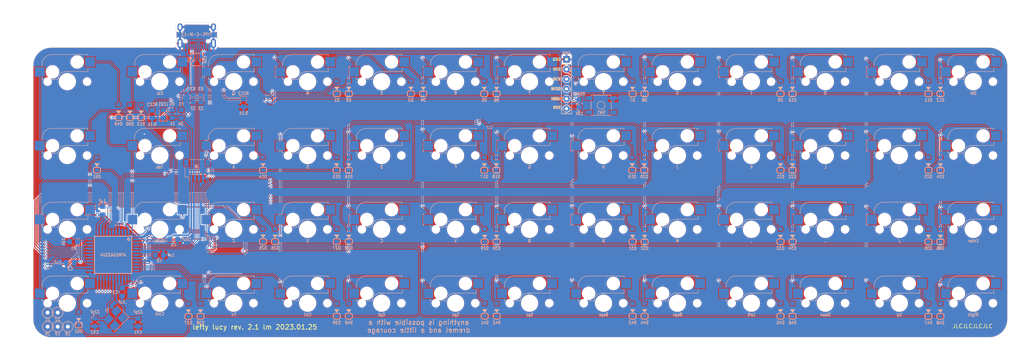
<source format=kicad_pcb>
(kicad_pcb (version 20211014) (generator pcbnew)
  (layers (0 "F.Cu" signal) (31 "B.Cu" signal) (34 "B.Paste" user) (35 "F.Paste" user) (36 "B.SilkS" user "B.Silkscreen") (37 "F.SilkS" user "F.Silkscreen") (38 "B.Mask" user) (39 "F.Mask" user) (44 "Edge.Cuts" user))
  (net 0 "")
  (net 1 "Net-(D1-Pad2)")
  (net 2 "Net-(D2-Pad2)")
  (net 3 "Net-(D3-Pad2)")
  (net 4 "Net-(D4-Pad2)")
  (net 5 "Net-(D5-Pad2)")
  (net 6 "Net-(D6-Pad2)")
  (net 7 "Net-(D7-Pad2)")
  (net 8 "Net-(D8-Pad2)")
  (net 9 "Net-(D9-Pad2)")
  (net 10 "Net-(D10-Pad2)")
  (net 11 "Net-(D11-Pad2)")
  (net 12 "Net-(D12-Pad2)")
  (net 13 "Net-(D13-Pad2)")
  (net 14 "Net-(D14-Pad2)")
  (net 15 "Net-(D15-Pad2)")
  (net 16 "Net-(D16-Pad2)")
  (net 17 "Net-(D17-Pad2)")
  (net 18 "Net-(D18-Pad2)")
  (net 19 "Net-(D19-Pad2)")
  (net 20 "Net-(D20-Pad2)")
  (net 21 "Net-(D21-Pad2)")
  (net 22 "Net-(D22-Pad2)")
  (net 23 "Net-(D23-Pad2)")
  (net 24 "Net-(D24-Pad2)")
  (net 25 "Net-(D25-Pad2)")
  (net 26 "Net-(D26-Pad2)")
  (net 27 "Net-(D27-Pad2)")
  (net 28 "Net-(D28-Pad2)")
  (net 29 "Net-(D29-Pad2)")
  (net 30 "Net-(D30-Pad2)")
  (net 31 "Net-(D31-Pad2)")
  (net 32 "Net-(D32-Pad2)")
  (net 33 "Net-(D33-Pad2)")
  (net 34 "Net-(D34-Pad2)")
  (net 35 "Net-(D35-Pad2)")
  (net 36 "Net-(D36-Pad2)")
  (net 37 "Net-(D37-Pad2)")
  (net 38 "Net-(D38-Pad2)")
  (net 39 "Net-(D39-Pad2)")
  (net 40 "Net-(D40-Pad2)")
  (net 41 "Net-(D41-Pad2)")
  (net 42 "Net-(D42-Pad2)")
  (net 43 "Net-(D43-Pad2)")
  (net 44 "Net-(D44-Pad2)")
  (net 45 "Net-(D45-Pad2)")
  (net 46 "Net-(D46-Pad2)")
  (net 47 "Net-(D47-Pad2)")
  (net 48 "Net-(D48-Pad2)")
  (net 49 "VCC")
  (net 50 "Net-(C6-Pad1)")
  (net 51 "XTAL1")
  (net 52 "XTAL2")
  (net 53 "row0")
  (net 54 "row1")
  (net 55 "row2")
  (net 56 "row3")
  (net 57 "D-")
  (net 58 "D+")
  (net 59 "col0")
  (net 60 "col1")
  (net 61 "col2")
  (net 62 "col3")
  (net 63 "col4")
  (net 64 "col5")
  (net 65 "col6")
  (net 66 "col7")
  (net 67 "col8")
  (net 68 "col9")
  (net 69 "col10")
  (net 70 "col11")
  (net 71 "Net-(R1-Pad2)")
  (net 72 "VBUS")
  (net 73 "Net-(J1-PadB5)")
  (net 74 "Net-(J1-PadA5)")
  (net 75 "ISP_Reset")
  (net 76 "Net-(D52-Pad2)")
  (net 77 "col12")
  (net 78 "GND")
  (net 79 "Net-(LED1-Pad2)")
  (net 80 "DBUS-")
  (net 81 "DBUS+")
  (net 84 "Net-(D49-Pad2)")
  (net 85 "Net-(D50-Pad2)")
  (net 86 "Net-(D51-Pad2)")
  (net 91 "Net-(J3-Pad1)")
  (net 92 "Net-(J4-Pad1)")
  (net 93 "Net-(J5-Pad1)")
  (net 94 "Net-(J6-Pad1)")
  (net 95 "Net-(J7-Pad1)")
  (footprint "MX_Only:MXOnly-1U-Hotswap" (layer "F.Cu") (at 124.990225 53.19395)
    (fp_text reference "K3")
    (fp_text value "KEYSW")
  )
  (footprint "MX_Only:MXOnly-1U-Hotswap" (layer "F.Cu") (at 201.190225 53.19395)
    (fp_text reference "K7")
    (fp_text value "KEYSW")
  )
  (footprint "MX_Only:MXOnly-1U-Hotswap" (layer "F.Cu") (at 182.140225 53.19395)
    (fp_text reference "K6")
    (fp_text value "KEYSW")
  )
  (footprint "MX_Only:MXOnly-1U-Hotswap" (layer "F.Cu") (at 163.090225 53.19395)
    (fp_text reference "K5")
    (fp_text value "KEYSW")
  )
  (footprint "MX_Only:MXOnly-1U-Hotswap" (layer "F.Cu") (at 86.890225 53.19395)
    (fp_text reference "K1")
    (fp_text value "KEYSW")
  )
  (footprint "MX_Only:MXOnly-1U-Hotswap" (layer "F.Cu") (at 220.240225 53.19395)
    (fp_text reference "K8")
    (fp_text value "KEYSW")
  )
  (footprint "MX_Only:MXOnly-1U-Hotswap" (layer "F.Cu") (at 239.290225 53.19395)
    (fp_text reference "K9")
    (fp_text value "KEYSW")
  )
  (footprint "MX_Only:MXOnly-1U-Hotswap" (layer "F.Cu") (at 86.890225 72.24395)
    (fp_text reference "K13")
    (fp_text value "KEYSW")
  )
  (footprint "MX_Only:MXOnly-1U-Hotswap" (layer "F.Cu") (at 105.940225 72.24395)
    (fp_text reference "K14")
    (fp_text value "KEYSW")
  )
  (footprint "MX_Only:MXOnly-1U-Hotswap" (layer "F.Cu") (at 144.045399 72.24395)
    (fp_text reference "K16")
    (fp_text value "KEYSW")
  )
  (footprint "MX_Only:MXOnly-1U-Hotswap" (layer "F.Cu") (at 277.390225 53.19395)
    (fp_text reference locked "K11")
    (fp_text value "KEYSW")
  )
  (footprint "MX_Only:MXOnly-1U-Hotswap" (layer "F.Cu") (at 163.090225 72.24395)
    (fp_text reference "K17")
    (fp_text value "KEYSW")
  )
  (footprint "MX_Only:MXOnly-1U-Hotswap" (layer "F.Cu") (at 182.140225 72.24395)
    (fp_text reference "K18")
    (fp_text value "KEYSW")
  )
  (footprint "MX_Only:MXOnly-1U-Hotswap" (layer "F.Cu") (at 201.190225 72.24395)
    (fp_text reference "K19")
    (fp_text value "KEYSW")
  )
  (footprint "MX_Only:MXOnly-1U-Hotswap" (layer "F.Cu") (at 105.940225 110.34395)
    (fp_text reference "K38")
    (fp_text value "KEYSW")
  )
  (footprint "MX_Only:MXOnly-1U-Hotswap" (layer "F.Cu") (at 124.990225 110.34395)
    (fp_text reference "K39")
    (fp_text value "KEYSW")
  )
  (footprint "MX_Only:MXOnly-1U-Hotswap" (layer "F.Cu") (at 144.040225 110.34395)
    (fp_text reference locked "K40")
    (fp_text value "KEYSW")
  )
  (footprint "MX_Only:MXOnly-1U-Hotswap" (layer "F.Cu") (at 163.090225 110.34395)
    (fp_text reference locked "K41")
    (fp_text value "KEYSW")
  )
  (footprint "MX_Only:MXOnly-1U-Hotswap" (layer "F.Cu") (at 182.140225 110.34395)
    (fp_text reference "K42")
    (fp_text value "KEYSW")
  )
  (footprint "MX_Only:MXOnly-1U-Hotswap" (layer "F.Cu") (at 220.240225 110.34395)
    (fp_text reference "K44")
    (fp_text value "KEYSW")
  )
  (footprint "MX_Only:MXOnly-1U-Hotswap" (layer "F.Cu") (at 239.290225 110.34395)
    (fp_text reference "K45")
    (fp_text value "KEYSW")
  )
  (footprint "MX_Only:MXOnly-1U-Hotswap" (layer "F.Cu") (at 258.340225 110.34395)
    (fp_text reference "K46")
    (fp_text value "KEYSW")
  )
  (footprint "MX_Only:MXOnly-1U-Hotswap" (layer "F.Cu") (at 277.390225 110.34395)
    (fp_text reference "K47")
    (fp_text value "KEYSW")
  )
  (footprint "MX_Only:MXOnly-1U-Hotswap" (layer "F.Cu") (at 201.190225 110.34395)
    (fp_text reference "K43")
    (fp_text value "KEYSW")
  )
  (footprint "MX_Only:MXOnly-1U-Hotswap" (layer "F.Cu") (at 277.390225 91.29395)
    (fp_text reference locked "K35")
    (fp_text value "KEYSW")
  )
  (footprint "MX_Only:MXOnly-1U-Hotswap" (layer "F.Cu") (at 258.340225 91.29395)
    (fp_text reference "K34")
    (fp_text value "KEYSW")
  )
  (footprint "MX_Only:MXOnly-1U-Hotswap" (layer "F.Cu") (at 220.240225 91.29395)
    (fp_text reference "K32")
    (fp_text value "KEYSW")
  )
  (footprint "MX_Only:MXOnly-1U-Hotswap" (layer "F.Cu") (at 182.140225 91.29395)
    (fp_text reference "K30")
    (fp_text value "KEYSW")
  )
  (footprint "MX_Only:MXOnly-1U-Hotswap" (layer "F.Cu") (at 144.040225 91.29395)
    (fp_text reference "K28")
    (fp_text value "KEYSW")
  )
  (footprint "MX_Only:MXOnly-1U-Hotswap" (layer "F.Cu") (at 86.890225 91.29395)
    (fp_text reference "K25")
    (fp_text value "KEYSW")
  )
  (footprint "MX_Only:MXOnly-1U-Hotswap" (layer "F.Cu") (at 163.090225 91.29395)
    (fp_text reference "K29")
    (fp_text value "KEYSW")
  )
  (footprint "MX_Only:MXOnly-1U-Hotswap" (layer "F.Cu") (at 296.440225 72.24395)
    (fp_text reference "K24")
    (fp_text value "KEYSW")
  )
  (footprint "MX_Only:MXOnly-1U-Hotswap" (layer "F.Cu") (at 124.990225 91.29395)
    (fp_text reference "K27")
    (fp_text value "KEYSW")
  )
  (footprint "MX_Only:MXOnly-1U-Hotswap" (layer "F.Cu") (at 105.940225 91.29395)
    (fp_text reference "K26")
    (fp_text value "KEYSW")
  )
  (footprint "MX_Only:MXOnly-1U-Hotswap" (layer "F.Cu") (at 258.340225 72.24395)
    (fp_text reference locked "K22")
    (fp_text value "KEYSW")
  )
  (footprint "MX_Only:MXOnly-1U-Hotswap" (layer "F.Cu") (at 239.290225 72.24395)
    (fp_text reference "K21")
    (fp_text value "KEYSW")
  )
  (footprint "MX_Only:MXOnly-1U-Hotswap" (layer "F.Cu") (at 277.390225 72.24395)
    (fp_text reference "K23")
    (fp_text value "KEYSW")
  )
  (footprint "MX_Only:MXOnly-1U-Hotswap" (layer "F.Cu") (at 296.440225 110.34395)
    (fp_text reference "K48")
    (fp_text value "KEYSW")
  )
  (footprint "MX_Only:MXOnly-1U-Hotswap" (layer "F.Cu") (at 296.440225 91.29395)
    (fp_text reference "K36")
    (fp_text value "KEYSW")
  )
  (footprint "MX_Only:MXOnly-1U-Hotswap" (layer "F.Cu") (at 296.440225 53.19395)
    (fp_text reference "K12")
    (fp_text value "KEYSW")
  )
  (footprint "MX_Only:MXOnly-1U-Hotswap" (layer "F.Cu") (at 105.940225 53.19395)
    (fp_text reference "K2")
    (fp_text value "KEYSW")
  )
  (footprint "MX_Only:MXOnly-1U-Hotswap" (layer "F.Cu") (at 144.040225 53.19395)
    (fp_text reference "K4")
    (fp_text value "KEYSW")
  )
  (footprint "MX_Only:MXOnly-1U-Hotswap" (layer "F.Cu") (at 63.077713 110.344006)
    (fp_text reference "K52")
    (fp_text value "KEYSW")
  )
  (footprint "MX_Only:MXOnly-1U-Hotswap" (layer "F.Cu") (at 63.077713 72.243974)
    (fp_text reference "K50")
    (fp_text value "KEYSW")
  )
  (footprint "MX_Only:MXOnly-1U-Hotswap" (layer "F.Cu") (at 63.077713 91.29399)
    (fp_text reference "K51")
    (fp_text value "KEYSW")
  )
  (footprint "MX_Only:MXOnly-1U-Hotswap" (layer "F.Cu") (at 201.190225 91.29395)
    (fp_text reference "K31")
    (fp_text value "KEYSW")
  )
  (footprint "MX_Only:MXOnly-1U-Hotswap" (layer "F.Cu") (at 239.290225 91.29395)
    (fp_text reference "K33")
    (fp_text value "KEYSW")
  )
  (footprint "MX_Only:MXOnly-1U-Hotswap" (layer "F.Cu") (at 86.890225 110.34395)
    (fp_text reference "K37")
    (fp_text value "KEYSW")
  )
  (footprint "MX_Only:MXOnly-1U-Hotswap" (layer "F.Cu") (at 258.340225 53.19395)
    (fp_text reference "K10")
    (fp_text value "KEYSW")
  )
  (footprint "MX_Only:MXOnly-1U-Hotswap" (layer "F.Cu") (at 124.990225 72.24395)
    (fp_text reference "K15")
    (fp_text value "KEYSW")
  )
  (footprint "MX_Only:MXOnly-1U-Hotswap" (layer "F.Cu") (at 220.240225 72.24395)
    (fp_text reference "K20")
    (fp_text value "KEYSW")
  )
  (footprint "MX_Only:MXOnly-1U-Hotswap" (layer "F.Cu") (at 63.077713 53.193958)
    (fp_text reference "K49")
    (fp_text value "KEYSW")
  )
  (footprint "Capacitor_SMD:C_0805_2012Metric_Pad1.18x1.45mm_HandSolder" (layer "B.Cu") (at 72.2 86.46895 90)
    (fp_text reference "C1")
    (fp_text value ".1uF")
  )
  (footprint "Keeb_footprints:D_SOD-123_modified" (layer "B.Cu") (at 116.590225 92.79395 90)
    (fp_text reference "D26")
    (fp_text value "D")
  )
  (footprint "Keeb_footprints:D_SOD-123_modified" (layer "B.Cu") (at 208.590225 74.39395 90)
    (fp_text reference "D19")
    (fp_text value "D")
  )
  (footprint "Keeb_footprints:D_SOD-123_modified" (layer "B.Cu") (at 170.490225 74.39395 90)
    (fp_text reference "D17")
    (fp_text value "D")
  )
  (footprint "Keeb_footprints:D_SOD-123_modified" (layer "B.Cu") (at 135.581415 74.39395 90)
    (fp_text reference "D16")
    (fp_text value "D")
  )
  (footprint "Keeb_footprints:D_SOD-123_modified" (layer "B.Cu") (at 113.490225 74.39395 90)
    (fp_text reference "D14")
    (fp_text value "D")
  )
  (footprint "Keeb_footprints:D_SOD-123_modified" (layer "B.Cu") (at 284.890625 54.65625 90)
    (fp_text reference "D11")
    (fp_text value "D")
  )
  (footprint "Keeb_footprints:D_SOD-123_modified" (layer "B.Cu") (at 249.881415 54.65625 90)
    (fp_text reference "D10")
    (fp_text value "D")
  )
  (footprint "Keeb_footprints:D_SOD-123_modified" (layer "B.Cu") (at 211.781415 54.65625 90)
    (fp_text reference "D8")
    (fp_text value "D")
  )
  (footprint "Keeb_footprints:D_SOD-123_modified" (layer "B.Cu") (at 208.681415 54.65625 90)
    (fp_text reference "D7")
    (fp_text value "D")
  )
  (footprint "Keeb_footprints:D_SOD-123_modified" (layer "B.Cu") (at 173.651789 54.683377 90)
    (fp_text reference "D6")
    (fp_text value "D")
  )
  (footprint "Keeb_footprints:D_SOD-123_modified" (layer "B.Cu") (at 170.476789 54.683377 90)
    (fp_text reference "D5")
    (fp_text value "D")
  )
  (footprint "Keeb_footprints:D_SOD-123_modified" (layer "B.Cu") (at 154.751789 54.65625 90)
    (fp_text reference "D4")
    (fp_text value "D")
  )
  (footprint "Keeb_footprints:D_SOD-123_modified" (layer "B.Cu") (at 287.990625 112.1 90)
    (fp_text reference "D48")
    (fp_text value "D")
  )
  (footprint "Keeb_footprints:D_SOD-123_modified" (layer "B.Cu") (at 284.890625 112.1 90)
    (fp_text reference "D47")
    (fp_text value "D")
  )
  (footprint "Keeb_footprints:D_SOD-123_modified" (layer "B.Cu") (at 249.890625 112.063123 90)
    (fp_text reference "D46")
    (fp_text value "D")
  )
  (footprint "Keeb_footprints:D_SOD-123_modified" (layer "B.Cu") (at 246.790625 112.05625 90)
    (fp_text reference "D45")
    (fp_text value "D")
  )
  (footprint "Keeb_footprints:D_SOD-123_modified" (layer "B.Cu") (at 211.783999 112.05625 90)
    (fp_text reference "D44")
    (fp_text value "D")
  )
  (footprint "Keeb_footprints:D_SOD-123_modified" (layer "B.Cu") (at 208.7 112.05625 90)
    (fp_text reference "D43")
    (fp_text value "D")
  )
  (footprint "Keeb_footprints:D_SOD-123_modified" (layer "B.Cu") (at 211.790625 92.85625 90)
    (fp_text reference "D32")
    (fp_text value "D")
  )
  (footprint "Keeb_footprints:D_SOD-123_modified" (layer "B.Cu") (at 284.890625 74.39395 90)
    (fp_text reference "D23")
    (fp_text value "D")
  )
  (footprint "Keeb_footprints:D_SOD-123_modified" (layer "B.Cu") (at 208.690625 92.85625 90)
    (fp_text reference "D31")
    (fp_text value "D")
  )
  (footprint "Keeb_footprints:D_SOD-123_modified" (layer "B.Cu") (at 170.585999 92.85625 90)
    (fp_text reference "D29")
    (fp_text value "D")
  )
  (footprint "Keeb_footprints:D_SOD-123_modified" (layer "B.Cu") (at 132.490225 92.79395 90)
    (fp_text reference "D27")
    (fp_text value "D")
  )
  (footprint "Keeb_footprints:D_SOD-123_modified" (layer "B.Cu") (at 287.990625 74.39395 90)
    (fp_text reference "D24")
    (fp_text value "D")
  )
  (footprint "Keeb_footprints:D_SOD-123_modified" (layer "B.Cu") (at 284.890625 92.85625 90)
    (fp_text reference "D35")
    (fp_text value "D")
  )
  (footprint "Keeb_footprints:D_SOD-123_modified" (layer "B.Cu") (at 249.890625 92.85625 90)
    (fp_text reference "D34")
    (fp_text value "D")
  )
  (footprint "Keeb_footprints:D_SOD-123_modified" (layer "B.Cu") (at 246.790625 92.85625 90)
    (fp_text reference "D33")
    (fp_text value "D")
  )
  (footprint "Keeb_footprints:D_SOD-123_modified" (layer "B.Cu") (at 173.690625 112.05625 90)
    (fp_text reference "D42")
    (fp_text value "D")
  )
  (footprint "Keeb_footprints:D_SOD-123_modified" (layer "B.Cu") (at 151.576789 54.65625 90)
    (fp_text reference "D3")
    (fp_text value "D")
  )
  (footprint "Keeb_footprints:D_SOD-123_modified" (layer "B.Cu") (at 211.690225 74.39395 90)
    (fp_text reference "D20")
    (fp_text value "D")
  )
  (footprint "Keeb_footprints:ICSP-Header_small_pins" (layer "B.Cu") (at 191.665313 47.44395 180)
    (fp_text reference "J2" hide)
    (fp_text value "AVR-ISP-6_mod")
  )
  (footprint "Keeb_footprints:D_SOD-123_modified" (layer "B.Cu") (at 287.990625 54.65625 90)
    (fp_text reference "D12")
    (fp_text value "D")
  )
  (footprint "Keeb_footprints:D_SOD-123_modified" (layer "B.Cu") (at 66 114.3 90)
    (fp_text reference "D52")
    (fp_text value "D")
  )
  (footprint "Keeb_footprints:D_SOD-123_modified" (layer "B.Cu") (at 79.2 60.79395 90)
    (fp_text reference "D50")
    (fp_text value "D")
  )
  (footprint "Keeb_footprints:D_SOD-123_modified" (layer "B.Cu") (at 70.7 74.39395 90)
    (fp_text reference "D51")
    (fp_text value "D")
  )
  (footprint "random-keyboard-parts:SKQG-1155865" (layer "B.Cu") (at 200.590225 59.29395)
    (fp_text reference "SW1")
    (fp_text value "SW_PUSH")
  )
  (footprint "Keebio-Parts:ATMEGA32U4-AU" (layer "B.Cu") (at 74.865225 97.86895 180)
    (fp_text reference "U1")
    (fp_text value "ATMEGA32U4")
  )
  (footprint "Capacitor_SMD:C_0805_2012Metric_Pad1.18x1.45mm_HandSolder" (layer "B.Cu") (at 77.165225 107.46895 -90)
    (fp_text reference "C3")
    (fp_text value ".1uF")
  )
  (footprint "Capacitor_SMD:C_0805_2012Metric_Pad1.18x1.45mm_HandSolder" (layer "B.Cu") (at 70.165225 115.26895 -90)
    (fp_text reference "CX2")
    (fp_text value "22pF")
  )
  (footprint "Capacitor_SMD:C_0805_2012Metric_Pad1.18x1.45mm_HandSolder" (layer "B.Cu") (at 81.265225 115.26895 -90)
    (fp_text reference "CX1")
    (fp_text value "22pF")
  )
  (footprint "Crystal:Crystal_SMD_3225-4Pin_3.2x2.5mm_HandSoldering" (layer "B.Cu") (at 75.465225 114.26895 -135)
    (fp_text reference "Y1")
    (fp_text value "16MHz")
  )
  (footprint "Fuse:Fuse_0805_2012Metric_Pad1.15x1.40mm_HandSolder" (layer "B.Cu") (at 92.390225 61.49395 90)
    (fp_text reference "F1")
    (fp_text value ".5A")
  )
  (footprint "Keeb_footprints:TYPE-C-31-M-12" (layer "B.Cu") (at 96.415217 44.81645)
    (fp_text reference "J1")
    (fp_text value "TYPE-C-31-M12_13")
  )
  (footprint "Keeb_footprints:R_0805_2012Metric_Pad1.20x1.40mm_HandSolder" (layer "B.Cu") (at 97.490625 57.49395 90)
    (fp_text reference "R3")
    (fp_text value "22")
  )
  (footprint "Keeb_footprints:R_0805_2012Metric_Pad1.20x1.40mm_HandSolder" (layer "B.Cu") (at 84.940225 61.54395 90)
    (fp_text reference "RCC1")
    (fp_text value "5.1k")
  )
  (footprint "Keeb_footprints:R_0805_2012Metric_Pad1.20x1.40mm_HandSolder" (layer "B.Cu") (at 90.090225 61.49395 -90)
    (fp_text reference "R4")
    (fp_text value "1k")
  )
  (footprint "LED_SMD:LED_0805_2012Metric_Pad1.15x1.40mm_HandSolder" (layer "B.Cu") (at 87.790225 61.49395 90)
    (fp_text reference "LED1")
    (fp_text value "LED")
  )
  (footprint "Keeb_footprints:D_SOD-123_modified" (layer "B.Cu") (at 135.590625 112.05625 90)
    (fp_text reference "D40")
    (fp_text value "D")
  )
  (footprint "Keeb_footprints:D_SOD-123_modified" (layer "B.Cu") (at 132.490625 112.063123 90)
    (fp_text reference "D39")
    (fp_text value "D")
  )
  (footprint "Capacitor_SMD:C_0805_2012Metric_Pad1.18x1.45mm_HandSolder" (layer "B.Cu") (at 63.8 99.9 180)
    (fp_text reference "C2")
    (fp_text value ".1uF")
  )
  (footprint "Keeb_footprints:R_0805_2012Metric_Pad1.20x1.40mm_HandSolder" (layer "B.Cu") (at 95.490625 57.49395 90)
    (fp_text reference "R2")
    (fp_text value "22")
  )
  (footprint "Capacitor_SMD:C_0805_2012Metric_Pad1.18x1.45mm_HandSolder" (layer "B.Cu") (at 90.45 93.85)
    (fp_text reference "C5")
    (fp_text value "10uF")
  )
  (footprint "Capacitor_SMD:C_0805_2012Metric_Pad1.18x1.45mm_HandSolder" (layer "B.Cu") (at 86.765225 97.9)
    (fp_text reference "C6")
    (fp_text value "1uF")
  )
  (footprint "Keeb_footprints:R_0805_2012Metric_Pad1.20x1.40mm_HandSolder" (layer "B.Cu") (at 64.665225 94.5)
    (fp_text reference "R1")
    (fp_text value "10k")
  )
  (footprint "Keeb_footprints:D_SOD-123_modified" (layer "B.Cu") (at 82.090225 60.79395 90)
    (fp_text reference "D13")
    (fp_text value "D")
  )
  (footprint "Keeb_footprints:D_SOD-123_modified" (layer "B.Cu") (at 94.290225 112.09395 90)
    (fp_text reference "D37")
    (fp_text value "D")
  )
  (footprint "Keeb_footprints:D_SOD-123_modified" (layer "B.Cu") (at 97.390225 112.09395 90)
    (fp_text reference "D38")
    (fp_text value "D")
  )
  (footprint "Keeb_footprints:D_SOD-123_modified" (layer "B.Cu") (at 170.590625 112.05625 90)
    (fp_text reference "D41")
    (fp_text value "D")
  )
  (footprint "Keeb_footprints:D_SOD-123_modified" (layer "B.Cu") (at 135.590225 92.79395 90)
    (fp_text reference "D28")
    (fp_text value "D")
  )
  (footprint "Keeb_footprints:D_SOD-123_modified" (layer "B.Cu") (at 173.65 92.85625 90)
    (fp_text reference "D30")
    (fp_text value "D")
  )
  (footprint "Keeb_footprints:D_SOD-123_modified" (layer "B.Cu") (at 287.990625 92.85625 90)
    (fp_text reference "D36")
    (fp_text value "D")
  )
  (footprint "Keeb_footprints:D_SOD-123_modified" (layer "B.Cu") (at 113.490225 92.79395 90)
    (fp_text reference "D25")
    (fp_text value "D")
  )
  (footprint "Keeb_footprints:D_SOD-123_modified" (layer "B.Cu") (at 135.581415 54.65625 90)
    (fp_text reference "D2")
    (fp_text value "D")
  )
  (footprint "Keeb_footprints:D_SOD-123_modified" (layer "B.Cu") (at 76.3 60.79395 90)
    (fp_text reference "D49")
    (fp_text value "D")
  )
  (footprint "Keeb_footprints:D_SOD-123_modified" (layer "B.Cu") (at 246.781415 54.65625 90)
    (fp_text reference "D9")
    (fp_text value "D")
  )
  (footprint "Keeb_footprints:D_SOD-123_modified" (layer "B.Cu") (at 132.490625 54.64995 90)
    (fp_text reference "D1")
    (fp_text value "D")
  )
  (footprint "Keeb_footprints:R_0805_2012Metric_Pad1.20x1.40mm_HandSolder" (layer "B.Cu") (at 194.990225 58.79395 90)
    (fp_text reference "RSW1")
    (fp_text value "10k")
  )
  (footprint "Keeb_footprints:D_SOD-123_modified" (layer "B.Cu") (at 249.881415 74.39395 90)
    (fp_text reference "D22")
    (fp_text value "D")
  )
  (footprint "Keeb_footprints:D_SOD-123_modified" (layer "B.Cu") (at 246.781415 74.39395 90)
    (fp_text reference "D21")
    (fp_text value "D")
  )
  (footprint "Keeb_footprints:D_SOD-123_modified" (layer "B.Cu") (at 173.590225 74.39395 90)
    (fp_text reference "D18")
    (fp_text value "D")
  )
  (footprint "Keeb_footprints:D_SOD-123_modified" (layer "B.Cu") (at 132.431415 74.39395 90)
    (fp_text reference "D15")
    (fp_text value "D")
  )
  (footprint "Keeb_footprints:R_0805_2012Metric_Pad1.20x1.40mm_HandSolder" (layer "B.Cu") (at 108.465225 58.66895 90)
    (fp_text reference "RCC2")
    (fp_text value "5.1k")
  )
  (footprint "Keebio-Parts:SOT-143B" (layer "B.Cu") (at 96.490625 47.49395 -90)
    (fp_text reference "U2")
    (fp_text value "PRTR5V0U2X" hide)
  )
  (footprint "TestPoint:TestPoint_Keystone_5000-5004_Miniature" (layer "B.Cu") (at 58 116.4 180)
    (fp_text reference "J5")
    (fp_text value "Conn_01x01")
  )
  (footprint "TestPoint:TestPoint_Keystone_5000-5004_Miniature" (layer "B.Cu") (at 60.6 116.4 180)
    (fp_text reference "J4")
    (fp_text value "Conn_01x01")
  )
  (footprint "TestPoint:TestPoint_Keystone_5000-5004_Miniature" (layer "B.Cu") (at 63.2 116.4 180)
    (fp_text reference "J3")
    (fp_text value "Conn_01x01")
  )
  (footprint "TestPoint:TestPoint_Keystone_5000-5004_Miniature" (layer "B.Cu") (at 58 112.768958 180)
    (fp_text reference "J6")
    (fp_text value "Conn_01x01")
  )
  (footprint "TestPoint:TestPoint_Keystone_5000-5004_Miniature" (layer "B.Cu") (at 60.6 112.768958 180)
    (fp_text reference "J7")
    (fp_text value "Conn_01x01")
  )
  (footprint "Connector_JST:JST_SH_SM04B-SRSS-TB_1x04-1MP_P1.00mm_Horizontal" (layer "B.Cu") (at 96.490225 75.99395)
    (fp_text reference "J8")
    (fp_text value "4PIN")
  )
  (gr_line (start 91.057416 43.668942) (end 91.057416 38.608805) (layer "Edge.Cuts") (width 0.05))
  (gr_arc (start 300.6076 44.264255) (mid 303.975206 45.659162) (end 305.370104 49.026759) (layer "Edge.Cuts") (width 0.05))
  (gr_arc (start 305.370104 114.511189) (mid 303.975203 117.878799) (end 300.6076 119.273693) (layer "Edge.Cuts") (width 0.05))
  (gr_arc (start 54.148018 49.026759) (mid 55.542924 45.659162) (end 58.910522 44.264255) (layer "Edge.Cuts") (width 0.05))
  (gr_line (start 305.370104 49.026759) (end 305.370104 114.511189) (layer "Edge.Cuts") (width 0.05))
  (gr_arc (start 58.910522 119.273693) (mid 55.542905 117.878799) (end 54.148018 114.511189) (layer "Edge.Cuts") (width 0.05))
  (gr_line (start 58.910522 119.273693) (end 300.6076 119.273693) (layer "Edge.Cuts") (width 0.05))
  (gr_arc (start 102.368363 44.26427) (mid 101.947414 44.089907) (end 101.773051 43.668958) (layer "Edge.Cuts") (width 0.05))
  (gr_line (start 300.6076 44.264255) (end 102.368363 44.26427) (layer "Edge.Cuts") (width 0.05))
  (gr_line (start 91.652729 38.013494) (end 101.177738 38.013494) (layer "Edge.Cuts") (width 0.05))
  (gr_line (start 54.148018 114.511189) (end 54.148018 49.026759) (layer "Edge.Cuts") (width 0.05))
  (gr_line (start 101.77305 38.608806) (end 101.77305 43.668958) (layer "Edge.Cuts") (width 0.05))
  (gr_arc (start 101.177738 38.013494) (mid 101.598687 38.187857) (end 101.77305 38.608806) (layer "Edge.Cuts") (width 0.05))
  (gr_arc (start 91.057416 38.608806) (mid 91.231779 38.187857) (end 91.652728 38.013494) (layer "Edge.Cuts") (width 0.05))
  (gr_arc (start 91.057416 43.668943) (mid 90.883053 44.089892) (end 90.462104 44.264255) (layer "Edge.Cuts") (width 0.05))
  (gr_line (start 58.910522 44.264255) (end 90.462104 44.264255) (layer "Edge.Cuts") (width 0.05))
  (gr_text "B" (at 182.140313 94.270555) (layer "B.SilkS") (effects (font (size 0.8 0.7)) (justify mirror)))
  (gr_text "M" (at 220.240345 94.270555) (layer "B.SilkS") (effects (font (size 0.8 0.7)) (justify mirror)))
  (gr_text "R" (at 163.090297 56.170523) (layer "B.SilkS") (effects (font (size 0.8 0.7)) (justify mirror)))
  (gr_text "V" (at 163.090297 94.270555) (layer "B.SilkS") (effects (font (size 0.8 0.7)) (justify mirror)))
  (gr_text "anything is possible with a\ndremel and a little courage" (at 153.590225 116.29395) (layer "B.SilkS") (effects (font (size 1.25 1.25) (thickness 0.2)) (justify mirror)))
  (gr_text "F" (at 163.090297 75.220539) (layer "B.SilkS") (effects (font (size 0.8 0.7)) (justify mirror)))
  (gr_text "N" (at 201.190329 94.270555) (layer "B.SilkS") (effects (font (size 0.8 0.7)) (justify mirror)))
  (gr_text "D" (at 144.040281 75.220539) (layer "B.SilkS") (effects (font (size 0.8 0.7)) (justify mirror)))
  (gr_text "O" (at 258.340377 56.170523) (layer "B.SilkS") (effects (font (size 0.8 0.7)) (justify mirror)))
  (gr_text "Shift" (at 86.915698 94.4) (layer "B.SilkS") (effects (font (size 0.8 0.7)) (justify mirror)))
  (gr_text "Down" (at 258.340377 113.320571) (layer "B.SilkS") (effects (font (size 0.8 0.7)) (justify mirror)))
  (gr_text "J" (at 220.240345 75.220539) (layer "B.SilkS") (effects (font (size 0.8 0.7)) (justify mirror)))
  (gr_text "Right" (at 296.440409 113.320571) (layer "B.SilkS") (effects (font (size 0.8 0.7)) (justify mirror)))
  (gr_text "I" (at 239.290361 56.170523) (layer "B.SilkS") (effects (font (size 0.8 0.7)) (justify mirror)))
  (gr_text "G" (at 182.140313 75.220539) (layer "B.SilkS") (effects (font (size 0.8 0.7)) (justify mirror)))
  (gr_text ";" (at 277.390393 75.220539) (layer "B.SilkS") (effects (font (size 0.8 0.7)) (justify mirror)))
  (gr_text "E" (at 144.040281 56.170523) (layer "B.SilkS") (effects (font (size 0.8 0.7)) (justify mirror)))
  (gr_text "S" (at 124.990265 75.220539) (layer "B.SilkS") (effects (font (size 0.8 0.7)) (justify mirror)))
  (gr_text "U" (at 220.213553 56.112152) (layer "B.SilkS") (effects (font (size 0.8 0.7)) (justify mirror)))
  (gr_text "." (at 258.340377 94.270555) (layer "B.SilkS") (effects (font (size 0.8 0.7)) (justify mirror)))
  (gr_text "'" (at 296.440409 75.220539) (layer "B.SilkS") (effects (font (size 0.8 0.7)) (justify mirror)))
  (gr_text "Bspc" (at 201.190329 113.320571) (layer "B.SilkS") (effects (font (size 0.8 0.7)) (justify mirror)))
  (gr_text "/" (at 277.390393 94.270555) (layer "B.SilkS") (effects (font (size 0.8 0.7)) (justify mirror)))
  (gr_text "H" (at 201.190329 75.220539) (layer "B.SilkS") (effects (font (size 0.8 0.7)) (justify mirror)))
  (gr_text "Del" (at 296.440409 56.170523) (layer "B.SilkS") (effects (font (size 0.8 0.7)) (justify mirror)))
  (gr_text "A" (at 105.940249 75.220539) (layer "B.SilkS") (effects (font (size 0.8 0.7)) (justify mirror)))
  (gr_text "Cmd" (at 86.915698 113.10947) (layer "B.SilkS") (effects (font (size 0.8 0.7)) (justify mirror)))
  (gr_text "Spc" (at 163.090297 113.320571) (layer "B.SilkS") (effects (font (size 0.8 0.7)) (justify mirror)))
  (gr_text "Spc" (at 182.140313 113.320571) (layer "B.SilkS") (effects (font (size 0.8 0.7)) (justify mirror)))
  (gr_text "C" (at 144.040281 94.270555) (layer "B.SilkS") (effects (font (size 0.8 0.7)) (justify mirror)))
  (gr_text "Z" (at 105.940249 94.270555) (layer "B.SilkS") (effects (font (size 0.8 0.7)) (justify mirror)))
  (gr_text "P" (at 277.390393 56.306269) (layer "B.SilkS") (effects (font (size 0.8 0.7)) (justify mirror)))
  (gr_text "Opt" (at 144.040281 113.320571) (layer "B.SilkS") (effects (font (size 0.8 0.7)) (justify mirror)))
  (gr_text "L" (at 258.340377 75.220539) (layer "B.SilkS") (effects (font (size 0.8 0.7)) (justify mirror)))
  (gr_text "Fn" (at 105.940249 113.320571) (layer "B.SilkS") (effects (font (size 0.8 0.7)) (justify mirror)))
  (gr_text "W" (at 124.990265 56.170523) (layer "B.SilkS") (effects (font (size 0.8 0.7)) (justify mirror)))
  (gr_text "Ctrl" (at 124.990265 113.320571) (layer "B.SilkS") (effects (font (size 0.8 0.7)) (justify mirror)))
  (gr_text "T" (at 182.140313 56.170523) (layer "B.SilkS") (effects (font (size 0.8 0.7)) (justify mirror)))
  (gr_text "," (at 239.290361 94.270555) (layer "B.SilkS") (effects (font (size 0.8 0.7)) (justify mirror)))
  (gr_text "Up" (at 277.390393 113.320571) (layer "B.SilkS") (effects (font (size 0.8 0.7)) (justify mirror)))
  (gr_text "Esc" (at 86.890233 56.170523) (layer "B.SilkS") (effects (font (size 0.8 0.7)) (justify mirror)))
  (gr_text "Bspc" (at 220.240345 113.320571) (layer "B.SilkS") (effects (font (size 0.8 0.7)) (justify mirror)))
  (gr_text "Enter" (at 296.440409 94.270555) (layer "B.SilkS") (effects (font (size 0.8 0.7)) (justify mirror)))
  (gr_text "Q" (at 105.940249 56.170523) (layer "B.SilkS") (effects (font (size 1 1)) (justify mirror)))
  (gr_text "Tab" (at 86.890233 75.220539) (layer "B.SilkS") (effects (font (size 0.8 0.7)) (justify mirror)))
  (gr_text "Left" (at 239.290361 113.320571) (layer "B.SilkS") (effects (font (size 0.8 0.7)) (justify mirror)))
  (gr_text "K" (at 239.290361 75.220539) (layer "B.SilkS") (effects (font (size 0.8 0.7)) (justify mirror)))
  (gr_text "Y" (at 201.190329 56) (layer "B.SilkS") (effects (font (size 1 1)) (justify mirror)))
  (gr_text "X" (at 124.990265 94.270555) (layer "B.SilkS") (effects (font (size 0.8 0.7)) (justify mirror)))
  (gr_text "JLCJLCJLCJLC" (at 296.265225 116.26895) (layer "F.SilkS") (effects (font (size 1 1))))
  (gr_text "lefty lucy rev. 2.1 lm 2023.01.25" (at 111.38288 116.5) (layer "F.SilkS") (effects (font (size 1.25 1.25) (thickness 0.2))))
  (segment (start 115.4283 56.89395) (end 115.911125 56.411125) (width 0.25) (layer "F.Cu") (net 1))
  (segment (start 91.735725 56.89395) (end 115.4283 56.89395) (width 0.25) (layer "F.Cu") (net 1))
  (segment (start 115.911125 55.66895) (end 115.911125 56.411125) (width 0.25) (layer "F.Cu") (net 1))
  (via (at 115.911125 55.66895) (size 0.65) (drill 0.35) (layers "F.Cu" "B.Cu") (net 1))
  (via (at 91.735725 56.89395) (size 0.65) (drill 0.35) (layers "F.Cu" "B.Cu") (net 1))
  (segment (start 92.732225 48.11395) (end 92.732225 50.73595) (width 0.25) (layer "B.Cu") (net 1))
  (segment (start 94.090225 54.53945) (end 91.735725 56.89395) (width 0.25) (layer "B.Cu") (net 1))
  (segment (start 116.428615 56.18644) (end 129.076837 56.18644) (width 0.25) (layer "B.Cu") (net 1))
  (segment (start 115.911125 55.66895) (end 116.428615 56.18644) (width 0.25) (layer "B.Cu") (net 1))
  (segment (start 132.263328 52.99995) (end 132.490625 52.99995) (width 0.25) (layer "B.Cu") (net 1))
  (segment (start 92.732225 50.73595) (end 94.090225 52.09395) (width 0.25) (layer "B.Cu") (net 1))
  (segment (start 94.090225 52.09395) (end 94.090225 54.53945) (width 0.25) (layer "B.Cu") (net 1))
  (segment (start 129.076837 56.18644) (end 132.263328 52.99995) (width 0.25) (layer "B.Cu") (net 1))
  (segment (start 131.3 54.5) (end 129.234039 56.56596) (width 0.25) (layer "B.Cu") (net 2))
  (segment (start 114.462235 56.56596) (end 113.065225 55.16895) (width 0.25) (layer "B.Cu") (net 2))
  (segment (start 129.234039 56.56596) (end 114.462235 56.56596) (width 0.25) (layer "B.Cu") (net 2))
  (segment (start 113.065225 52.46895) (end 111.782225 51.18595) (width 0.25) (layer "B.Cu") (net 2))
  (segment (start 111.782225 51.18595) (end 111.782225 48.11395) (width 0.25) (layer "B.Cu") (net 2))
  (segment (start 134.087665 54.5) (end 131.3 54.5) (width 0.25) (layer "B.Cu") (net 2))
  (segment (start 135.581415 53.00625) (end 134.087665 54.5) (width 0.25) (layer "B.Cu") (net 2))
  (segment (start 113.065225 55.16895) (end 113.065225 52.46895) (width 0.25) (layer "B.Cu") (net 2))
  (segment (start 140.83577 46.23577) (end 145.4 50.8) (width 0.25) (layer "B.Cu") (net 3))
  (segment (start 130.832225 48.11395) (end 132.710405 46.23577) (width 0.25) (layer "B.Cu") (net 3))
  (segment (start 132.710405 46.23577) (end 140.83577 46.23577) (width 0.25) (layer "B.Cu") (net 3))
  (segment (start 145.4 50.8) (end 149.370539 50.8) (width 0.25) (layer "B.Cu") (net 3))
  (segment (start 149.370539 50.8) (end 151.576789 53.00625) (width 0.25) (layer "B.Cu") (net 3))
  (segment (start 154.751789 52.983514) (end 149.882225 48.11395) (width 0.25) (layer "B.Cu") (net 4))
  (segment (start 154.751789 53.00625) (end 154.751789 52.983514) (width 0.25) (layer "B.Cu") (net 4))
  (segment (start 168.932225 51.488813) (end 168.932225 48.11395) (width 0.25) (layer "B.Cu") (net 5))
  (segment (start 170.476789 53.033377) (end 168.932225 51.488813) (width 0.25) (layer "B.Cu") (net 5))
  (segment (start 172.86423 46.23577) (end 172.3 46.8) (width 0.25) (layer "B.Cu") (net 6))
  (segment (start 186.104045 46.23577) (end 172.86423 46.23577) (width 0.25) (layer "B.Cu") (net 6))
  (segment (start 172.3 46.8) (end 172.3 51.681588) (width 0.25) (layer "B.Cu") (net 6))
  (segment (start 187.982225 48.11395) (end 186.104045 46.23577) (width 0.25) (layer "B.Cu") (net 6))
  (segment (start 172.3 51.681588) (end 173.651789 53.033377) (width 0.25) (layer "B.Cu") (net 6))
  (segment (start 207.032225 48.11395) (end 207.032225 51.35706) (width 0.25) (layer "B.Cu") (net 7))
  (segment (start 207.032225 51.35706) (end 208.681415 53.00625) (width 0.25) (layer "B.Cu") (net 7))
  (segment (start 226.082225 48.11395) (end 224.207704 46.239429) (width 0.25) (layer "B.Cu") (net 8))
  (segment (start 224.207704 46.239429) (end 211.544746 46.239429) (width 0.25) (layer "B.Cu") (net 8))
  (segment (start 211.544746 46.239429) (end 210.8 46.984175) (width 0.25) (layer "B.Cu") (net 8))
  (segment (start 210.8 52.024835) (end 211.781415 53.00625) (width 0.25) (layer "B.Cu") (net 8))
  (segment (start 210.8 46.984175) (end 210.8 52.024835) (width 0.25) (layer "B.Cu") (net 8))
  (segment (start 245.132225 51.35706) (end 246.781415 53.00625) (width 0.25) (layer "B.Cu") (net 9))
  (segment (start 245.132225 48.11395) (end 245.132225 51.35706) (width 0.25) (layer "B.Cu") (net 9))
  (segment (start 248.8 47.203725) (end 248.8 51.924835) (width 0.25) (layer "B.Cu") (net 10))
  (segment (start 248.8 51.924835) (end 249.881415 53.00625) (width 0.25) (layer "B.Cu") (net 10))
  (segment (start 262.307704 46.239429) (end 249.764296 46.239429) (width 0.25) (layer "B.Cu") (net 10))
  (segment (start 249.764296 46.239429) (end 248.8 47.203725) (width 0.25) (layer "B.Cu") (net 10))
  (segment (start 264.182225 48.11395) (end 262.307704 46.239429) (width 0.25) (layer "B.Cu") (net 10))
  (segment (start 284.890625 53.00625) (end 283.232225 51.34785) (width 0.25) (layer "B.Cu") (net 11))
  (segment (start 283.232225 51.34785) (end 283.232225 48.11395) (width 0.25) (layer "B.Cu") (net 11))
  (segment (start 302.282225 48.11395) (end 300.407704 46.239429) (width 0.25) (layer "B.Cu") (net 12))
  (segment (start 286.890625 51.90625) (end 287.990625 53.00625) (width 0.25) (layer "B.Cu") (net 12))
  (segment (start 300.407704 46.239429) (end 287.707446 46.239429) (width 0.25) (layer "B.Cu") (net 12))
  (segment (start 287.707446 46.239429) (end 286.890625 47.05625) (width 0.25) (layer "B.Cu") (net 12))
  (segment (start 286.890625 47.05625) (end 286.890625 51.90625) (width 0.25) (layer "B.Cu") (net 12))
  (segment (start 82.090225 59.14395) (end 82.090225 60.132093) (width 0.25) (layer "B.Cu") (net 13))
  (segment (start 83.590225 63.516781) (end 85.167394 65.09395) (width 0.25) (layer "B.Cu") (net 13))
  (segment (start 83.590225 61.632093) (end 83.590225 63.516781) (width 0.25) (layer "B.Cu") (net 13))
  (segment (start 90.662225 65.09395) (end 92.732225 67.16395) (width 0.25) (layer "B.Cu") (net 13))
  (segment (start 82.090225 60.132093) (end 83.590225 61.632093) (width 0.25) (layer "B.Cu") (net 13))
  (segment (start 85.167394 65.09395) (end 90.662225 65.09395) (width 0.25) (layer "B.Cu") (net 13))
  (segment (start 111.782225 71.03595) (end 113.490225 72.74395) (width 0.25) (layer "B.Cu") (net 14))
  (segment (start 111.782225 67.16395) (end 111.782225 71.03595) (width 0.25) (layer "B.Cu") (net 14))
  (segment (start 130.832225 71.14476) (end 130.832225 67.16395) (width 0.25) (layer "B.Cu") (net 15))
  (segment (start 132.431415 72.74395) (end 130.832225 71.14476) (width 0.25) (layer "B.Cu") (net 15))
  (segment (start 136.827108 63.938315) (end 148.92207 63.938315) (width 0.25) (layer "B.Cu") (net 16))
  (segment (start 148.92207 63.938315) (end 149.887399 64.903644) (width 0.25) (layer "B.Cu") (net 16))
  (segment (start 134.890225 72.05276) (end 134.890225 65.875197) (width 0.25) (layer "B.Cu") (net 16))
  (segment (start 135.581415 72.74395) (end 134.890225 72.05276) (width 0.25) (layer "B.Cu") (net 16))
  (segment (start 134.890225 65.875197) (end 136.827108 63.938315) (width 0.25) (layer "B.Cu") (net 16))
  (segment (start 149.887399 64.903644) (end 149.887399 67.16395) (width 0.25) (layer "B.Cu") (net 16))
  (segment (start 170.490225 72.74395) (end 168.932225 71.18595) (width 0.25) (layer "B.Cu") (net 17))
  (segment (start 168.932225 71.18595) (end 168.932225 67.16395) (width 0.25) (layer "B.Cu") (net 17))
  (segment (start 185.291745 64.47347) (end 172.547427 64.47347) (width 0.25) (layer "B.Cu") (net 18))
  (segment (start 187.982225 67.16395) (end 185.291745 64.47347) (width 0.25) (layer "B.Cu") (net 18))
  (segment (start 172.069745 71.22347) (end 173.590225 72.74395) (width 0.25) (layer "B.Cu") (net 18))
  (segment (start 172.547427 64.47347) (end 172.069745 64.951152) (width 0.25) (layer "B.Cu") (net 18))
  (segment (start 172.069745 64.951152) (end 172.069745 71.22347) (width 0.25) (layer "B.Cu") (net 18))
  (segment (start 207.032225 68.43595) (end 208.590225 69.99395) (width 0.25) (layer "B.Cu") (net 19))
  (segment (start 207.032225 67.16395) (end 207.032225 68.43595) (width 0.25) (layer "B.Cu") (net 19))
  (segment (start 208.590225 69.99395) (end 208.590225 72.74395) (width 0.25) (layer "B.Cu") (net 19))
  (segment (start 210.469745 65.054718) (end 210.469745 71.52347) (width 0.25) (layer "B.Cu") (net 20))
  (segment (start 211.050993 64.47347) (end 210.469745 65.054718) (width 0.25) (layer "B.Cu") (net 20))
  (segment (start 223.391745 64.47347) (end 211.050993 64.47347) (width 0.25) (layer "B.Cu") (net 20))
  (segment (start 210.469745 71.52347) (end 211.690225 72.74395) (width 0.25) (layer "B.Cu") (net 20))
  (segment (start 226.082225 67.16395) (end 223.391745 64.47347) (width 0.25) (layer "B.Cu") (net 20))
  (segment (start 245.132225 71.09476) (end 245.132225 67.16395) (width 0.25) (layer "B.Cu") (net 21))
  (segment (start 246.781415 72.74395) (end 245.132225 71.09476) (width 0.25) (layer "B.Cu") (net 21))
  (segment (start 249.147427 64.47347) (end 248.469745 65.151152) (width 0.25) (layer "B.Cu") (net 22))
  (segment (start 248.469745 71.33228) (end 249.881415 72.74395) (width 0.25) (layer "B.Cu") (net 22))
  (segment (start 264.182225 67.16395) (end 261.491745 64.47347) (width 0.25) (layer "B.Cu") (net 22))
  (segment (start 248.469745 65.151152) (end 248.469745 71.33228) (width 0.25) (layer "B.Cu") (net 22))
  (segment (start 261.491745 64.47347) (end 249.147427 64.47347) (width 0.25) (layer "B.Cu") (net 22))
  (segment (start 283.232225 71.08555) (end 283.232225 67.16395) (width 0.25) (layer "B.Cu") (net 23))
  (segment (start 284.890625 72.74395) (end 283.232225 71.08555) (width 0.25) (layer "B.Cu") (net 23))
  (segment (start 289.610705 64.47347) (end 299.591745 64.47347) (width 0.25) (layer "B.Cu") (net 24))
  (segment (start 287.390225 72.14355) (end 287.390225 66.69395) (width 0.25) (layer "B.Cu") (net 24))
  (segment (start 287.390225 66.69395) (end 289.610705 64.47347) (width 0.25) (layer "B.Cu") (net 24))
  (segment (start 299.591745 64.47347) (end 302.282225 67.16395) (width 0.25) (layer "B.Cu") (net 24))
  (segment (start 287.990625 72.74395) (end 287.390225 72.14355) (width 0.25) (layer "B.Cu") (net 24))
  (segment (start 100.3 85.50747) (end 93.438705 85.50747) (width 0.25) (layer "F.Cu") (net 25))
  (segment (start 92.732225 88.032225) (end 92.8 88.1) (width 0.25) (layer "F.Cu") (net 25))
  (segment (start 93.438705 85.50747) (end 92.732225 86.21395) (width 0.25) (layer "F.Cu") (net 25))
  (segment (start 92.732225 86.21395) (end 92.732225 88.032225) (width 0.25) (layer "F.Cu") (net 25))
  (via (at 92.8 88.1) (size 0.65) (drill 0.35) (layers "F.Cu" "B.Cu") (net 25))
  (via (at 100.3 85.50747) (size 0.65) (drill 0.35) (layers "F.Cu" "B.Cu") (net 25))
  (segment (start 105.6 86.8) (end 104.30747 85.50747) (width 0.25) (layer "B.Cu") (net 25))
  (segment (start 92.8 88.1) (end 92.8 86.281725) (width 0.25) (layer "B.Cu") (net 25))
  (segment (start 104.30747 85.50747) (end 100.3 85.50747) (width 0.25) (layer "B.Cu") (net 25))
  (segment (start 113.490225 91.14395) (end 110.846275 88.5) (width 0.25) (layer "B.Cu") (net 25))
  (segment (start 107.3 88.5) (end 105.6 86.8) (width 0.25) (layer "B.Cu") (net 25))
  (segment (start 110.846275 88.5) (end 107.3 88.5) (width 0.25) (layer "B.Cu") (net 25))
  (segment (start 92.8 86.281725) (end 92.732225 86.21395) (width 0.25) (layer "B.Cu") (net 25))
  (segment (start 111.782225 86.21395) (end 111.782225 86.33595) (width 0.25) (layer "B.Cu") (net 26))
  (segment (start 111.782225 86.33595) (end 116.590225 91.14395) (width 0.25) (layer "B.Cu") (net 26))
  (segment (start 130.832225 86.21395) (end 130.832225 89.48595) (width 0.25) (layer "B.Cu") (net 27))
  (segment (start 130.832225 89.48595) (end 132.490225 91.14395) (width 0.25) (layer "B.Cu") (net 27))
  (segment (start 133.590625 85.49435) (end 133.590625 89.14435) (width 0.25) (layer "B.Cu") (net 28))
  (segment (start 148.007704 84.339429) (end 134.745546 84.339429) (width 0.25) (layer "B.Cu") (net 28))
  (segment (start 133.590625 89.14435) (end 135.590225 91.14395) (width 0.25) (layer "B.Cu") (net 28))
  (segment (start 149.882225 86.21395) (end 148.007704 84.339429) (width 0.25) (layer "B.Cu") (net 28))
  (segment (start 134.745546 84.339429) (end 133.590625 85.49435) (width 0.25) (layer "B.Cu") (net 28))
  (segment (start 170.585999 91.20625) (end 168.932225 89.552476) (width 0.25) (layer "B.Cu") (net 29))
  (segment (start 168.932225 89.552476) (end 168.932225 86.21395) (width 0.25) (layer "B.Cu") (net 29))
  (segment (start 187.982225 86.21395) (end 186.107704 84.339429) (width 0.25) (layer "B.Cu") (net 30))
  (segment (start 172.6 85.527322) (end 172.6 90.15625) (width 0.25) (layer "B.Cu") (net 30))
  (segment (start 186.107704 84.339429) (end 173.787893 84.339429) (width 0.25) (layer "B.Cu") (net 30))
  (segment (start 173.787893 84.339429) (end 172.6 85.527322) (width 0.25) (layer "B.Cu") (net 30))
  (segment (start 172.6 90.15625) (end 173.65 91.20625) (width 0.25) (layer "B.Cu") (net 30))
  (segment (start 207.032225 89.54785) (end 208.690625 91.20625) (width 0.25) (layer "B.Cu") (net 31))
  (segment (start 207.032225 86.21395) (end 207.032225 89.54785) (width 0.25) (layer "B.Cu") (net 31))
  (segment (start 210.7 85.527322) (end 210.7 90.115625) (width 0.25) (layer "B.Cu") (net 32))
  (segment (start 224.207704 84.339429) (end 211.887893 84.339429) (width 0.25) (layer "B.Cu") (net 32))
  (segment (start 211.887893 84.339429) (end 210.7 85.527322) (width 0.25) (layer "B.Cu") (net 32))
  (segment (start 210.7 90.115625) (end 211.790625 91.20625) (width 0.25) (layer "B.Cu") (net 32))
  (segment (start 226.082225 86.21395) (end 224.207704 84.339429) (width 0.25) (layer "B.Cu") (net 32))
  (segment (start 245.132225 89.54785) (end 246.790625 91.20625) (width 0.25) (layer "B.Cu") (net 33))
  (segment (start 245.132225 86.21395) (end 245.132225 89.54785) (width 0.25) (layer "B.Cu") (net 33))
  (segment (start 264.182225 86.21395) (end 262.307704 84.339429) (width 0.25) (layer "B.Cu") (net 34))
  (segment (start 262.307704 84.339429) (end 249.964296 84.339429) (width 0.25) (layer "B.Cu") (net 34))
  (segment (start 248.8 85.503725) (end 248.8 90.115625) (width 0.25) (layer "B.Cu") (net 34))
  (segment (start 248.8 90.115625) (end 249.890625 91.20625) (width 0.25) (layer "B.Cu") (net 34))
  (segment (start 249.964296 84.339429) (end 248.8 85.503725) (width 0.25) (layer "B.Cu") (net 34))
  (segment (start 283.232225 89.54785) (end 284.890625 91.20625) (width 0.25) (layer "B.Cu") (net 35))
  (segment (start 283.232225 86.21395) (end 283.232225 89.54785) (width 0.25) (layer "B.Cu") (net 35))
  (segment (start 286.9 90.115625) (end 287.990625 91.20625) (width 0.25) (layer "B.Cu") (net 36))
  (segment (start 300.407704 84.339429) (end 288.044746 84.339429) (width 0.25) (layer "B.Cu") (net 36))
  (segment (start 288.044746 84.339429) (end 286.9 85.484175) (width 0.25) (layer "B.Cu") (net 36))
  (segment (start 302.282225 86.21395) (end 300.407704 84.339429) (width 0.25) (layer "B.Cu") (net 36))
  (segment (start 286.9 85.484175) (end 286.9 90.115625) (width 0.25) (layer "B.Cu") (net 36))
  (segment (start 92.732225 105.26395) (end 92.732225 108.88595) (width 0.25) (layer "B.Cu") (net 37))
  (segment (start 92.732225 108.88595) (end 94.290225 110.44395) (width 0.25) (layer "B.Cu") (net 37))
  (segment (start 111.782225 105.26395) (end 109.907704 103.389429) (width 0.25) (layer "B.Cu") (net 38))
  (segment (start 109.907704 103.389429) (end 100.385704 103.389429) (width 0.25) (layer "B.Cu") (net 38))
  (segment (start 100.385704 103.389429) (end 99.102578 104.672555) (width 0.25) (layer "B.Cu") (net 38))
  (segment (start 96.490225 105.19395) (end 96.490225 109.54395) (width 0.25) (layer "B.Cu") (net 38))
  (segment (start 99.102578 104.672555) (end 97.01162 104.672555) (width 0.25) (layer "B.Cu") (net 38))
  (segment (start 97.01162 104.672555) (end 96.490225 105.19395) (width 0.25) (layer "B.Cu") (net 38))
  (segment (start 96.490225 109.54395) (end 97.390225 110.44395) (width 0.25) (layer "B.Cu") (net 38))
  (segment (start 132.490625 110.413123) (end 130.832225 108.754723) (width 0.25) (layer "B.Cu") (net 39))
  (segment (start 130.832225 108.754723) (end 130.832225 105.26395) (width 0.25) (layer "B.Cu") (net 39))
  (segment (start 134.490225 104.59395) (end 134.490225 109.30585) (width 0.25) (layer "B.Cu") (net 40))
  (segment (start 135.694746 103.389429) (end 134.490225 104.59395) (width 0.25) (layer "B.Cu") (net 40))
  (segment (start 134.490225 109.30585) (end 135.590625 110.40625) (width 0.25) (layer "B.Cu") (net 40))
  (segment (start 148.007704 103.389429) (end 135.694746 103.389429) (width 0.25) (layer "B.Cu") (net 40))
  (segment (start 149.882225 105.26395) (end 148.007704 103.389429) (width 0.25) (layer "B.Cu") (net 40))
  (segment (start 168.932225 105.26395) (end 168.932225 108.74785) (width 0.25) (layer "B.Cu") (net 41))
  (segment (start 168.932225 108.74785) (end 170.590625 110.40625) (width 0.25) (layer "B.Cu") (net 41))
  (segment (start 186.107704 103.389429) (end 173.494746 103.389429) (width 0.25) (layer "B.Cu") (net 42))
  (segment (start 172.590225 104.29395) (end 172.590225 109.30585) (width 0.25) (layer "B.Cu") (net 42))
  (segment (start 187.982225 105.26395) (end 186.107704 103.389429) (width 0.25) (layer "B.Cu") (net 42))
  (segment (start 172.590225 109.30585) (end 173.690625 110.40625) (width 0.25) (layer "B.Cu") (net 42))
  (segment (start 173.494746 103.389429) (end 172.590225 104.29395) (width 0.25) (layer "B.Cu") (net 42))
  (segment (start 207.032225 108.738475) (end 208.7 110.40625) (width 0.25) (layer "B.Cu") (net 43))
  (segment (start 207.032225 105.26395) (end 207.032225 108.738475) (width 0.25) (layer "B.Cu") (net 43))
  (segment (start 210.740225 104.24395) (end 210.740225 109.362476) (width 0.25) (layer "B.Cu") (net 44))
  (segment (start 226.082225 105.26395) (end 224.207704 103.389429) (width 0.25) (layer "B.Cu") (net 44))
  (segment (start 224.207704 103.389429) (end 211.594746 103.389429) (width 0.25) (layer "B.Cu") (net 44))
  (segment (start 210.740225 109.362476) (end 211.783999 110.40625) (width 0.25) (layer "B.Cu") (net 44))
  (segment (start 211.594746 103.389429) (end 210.740225 104.24395) (width 0.25) (layer "B.Cu") (net 44))
  (segment (start 245.132225 108.74785) (end 246.790625 110.40625) (width 0.25) (layer "B.Cu") (net 45))
  (segment (start 245.132225 105.26395) (end 245.132225 108.74785) (width 0.25) (layer "B.Cu") (net 45))
  (segment (start 249.294746 103.389429) (end 248.490225 104.19395) (width 0.25) (layer "B.Cu") (net 46))
  (segment (start 248.490225 104.19395) (end 248.490225 109.012723) (width 0.25) (layer "B.Cu") (net 46))
  (segment (start 264.182225 105.26395) (end 262.307704 103.389429) (width 0.25) (layer "B.Cu") (net 46))
  (segment (start 248.490225 109.012723) (end 249.890625 110.413123) (width 0.25) (layer "B.Cu") (net 46))
  (segment (start 262.307704 103.389429) (end 249.294746 103.389429) (width 0.25) (layer "B.Cu") (net 46))
  (segment (start 283.232225 108.7916) (end 284.890625 110.45) (width 0.25) (layer "B.Cu") (net 47))
  (segment (start 283.232225 105.26395) (end 283.232225 108.7916) (width 0.25) (layer "B.Cu") (net 47))
  (segment (start 300.407704 103.389429) (end 302.282225 105.26395) (width 0.25) (layer "B.Cu") (net 48))
  (segment (start 287.1 105.5) (end 289.2 103.4) (width 0.25) (layer "B.Cu") (net 48))
  (segment (start 287.990625 110.45) (end 287.1 109.559375) (width 0.25) (layer "B.Cu") (net 48))
  (segment (start 289.2 103.4) (end 295.2 103.4) (width 0.25) (layer "B.Cu") (net 48))
  (segment (start 287.1 109.559375) (end 287.1 105.5) (width 0.25) (layer "B.Cu") (net 48))
  (segment (start 295.2 103.4) (end 295.210571 103.389429) (width 0.25) (layer "B.Cu") (net 48))
  (segment (start 295.210571 103.389429) (end 300.407704 103.389429) (width 0.25) (layer "B.Cu") (net 48))
  (segment (start 70.83105 87.56895) (end 69.465225 87.56895) (width 0.4) (layer "F.Cu") (net 49))
  (segment (start 114.265118 58.034882) (end 113.958226 57.72799) (width 0.4) (layer "F.Cu") (net 49))
  (segment (start 72.565225 87.56895) (end 70.83105 87.56895) (width 0.4) (layer "F.Cu") (net 49))
  (segment (start 193.190225 57.39395) (end 193.190225 51.508862) (width 0.4) (layer "F.Cu") (net 49))
  (segment (start 83.048138 102.151862) (end 79.4 105.8) (width 0.4) (layer "F.Cu") (net 49))
  (segment (start 94.2 58.7) (end 94.2 61.6) (width 0.4) (layer "F.Cu") (net 49))
  (segment (start 83.048138 94.448138) (end 83.048138 94.651862) (width 0.4) (layer "F.Cu") (net 49))
  (segment (start 69.465225 87.56895) (end 66.465225 90.56895) (width 0.4) (layer "F.Cu") (net 49))
  (segment (start 83.048138 94.651862) (end 83.048138 98.651862) (width 0.4) (layer "F.Cu") (net 49))
  (segment (start 66.465225 98.71895) (end 66.465225 99.534775) (width 0.4) (layer "F.Cu") (net 49))
  (segment (start 79.129597 90.529597) (end 83.048138 94.448138) (width 0.4) (layer "F.Cu") (net 49))
  (segment (start 193.590225 57.79395) (end 193.190225 57.39395) (width 0.4) (layer "F.Cu") (net 49))
  (segment (start 78.5 89.9) (end 79.129597 90.529597) (width 0.4) (layer "F.Cu") (net 49))
  (segment (start 83.048138 94.451862) (end 83.048138 94.651862) (width 0.4) (layer "F.Cu") (net 49))
  (segment (start 113.958226 57.72799) (end 95.17201 57.72799) (width 0.4) (layer "F.Cu") (net 49))
  (segment (start 95.17201 57.72799) (end 94.2 58.7) (width 0.4) (layer "F.Cu") (net 49))
  (segment (start 66.465225 99.534775) (end 66.44094 99.55906) (width 0.4) (layer "F.Cu") (net 49))
  (segment (start 74.896274 89.9) (end 74.798137 89.801863) (width 0.4) (layer "F.Cu") (net 49))
  (segment (start 77.8 89.9) (end 74.896274 89.9) (width 0.4) (layer "F.Cu") (net 49))
  (segment (start 193.190225 51.508862) (end 191.665313 49.98395) (width 0.4) (layer "F.Cu") (net 49))
  (segment (start 77.8 89.9) (end 78.5 89.9) (width 0.4) (layer "F.Cu") (net 49))
  (segment (start 83.048138 98.651862) (end 83.048138 102.151862) (width 0.4) (layer "F.Cu") (net 49))
  (segment (start 66.465225 90.56895) (end 66.465225 98.71895) (width 0.4) (layer "F.Cu") (net 49))
  (segment (start 74.798137 89.801863) (end 72.565225 87.56895) (width 0.4) (layer "F.Cu") (net 49))
  (via (at 193.590225 57.79395) (size 0.9) (drill 0.5) (layers "F.Cu" "B.Cu") (net 49))
  (via (at 83.048138 98.651862) (size 0.9) (drill 0.5) (layers "F.Cu" "B.Cu") (net 49))
  (via (at 70.83105 87.56895) (size 0.9) (drill 0.5) (layers "F.Cu" "B.Cu") (net 49))
  (via (at 83.048138 94.651862) (size 0.9) (drill 0.5) (layers "F.Cu" "B.Cu") (net 49))
  (via (at 94.2 61.6) (size 0.9) (drill 0.5) (layers "F.Cu" "B.Cu") (net 49))
  (via (at 66.44094 99.55906) (size 0.9) (drill 0.5) (layers "F.Cu" "B.Cu") (net 49))
  (via (at 79.4 105.8) (size 0.9) (drill 0.5) (layers "F.Cu" "B.Cu") (net 49))
  (via (at 114.265118 58.034882) (size 0.9) (drill 0.5) (layers "F.Cu" "B.Cu") (net 49))
  (via (at 77.8 89.9) (size 0.9) (drill 0.5) (layers "F.Cu" "B.Cu") (net 49))
  (segment (start 72.2 87.50645) (end 70.89355 87.50645) (width 0.4) (layer "B.Cu") (net 49))
  (segment (start 92.390225 62.51895) (end 92.390225 63.009775) (width 0.4) (layer "B.Cu") (net 49))
  (segment (start 72.2 88.8) (end 70.865225 90.134775) (width 0.4) (layer "B.Cu") (net 49))
  (segment (start 83.7 94) (end 83.048138 94.651862) (width 0.4) (layer "B.Cu") (net 49))
  (segment (start 70.89355 87.50645) (end 70.83105 87.56895) (width 0.4) (layer "B.Cu") (net 49))
  (segment (start 68.965225 101.06895) (end 65.26895 101.06895) (width 0.4) (layer "B.Cu") (net 49))
  (segment (start 83.03105 98.66895) (end 83.048138 98.651862) (width 0.4) (layer "B.Cu") (net 49))
  (segment (start 92.390225 63.009775) (end 94.990225 65.609775) (width 0.4) (layer "B.Cu") (net 49))
  (segment (start 77.165225 106.43145) (end 77.796675 105.8) (width 0.4) (layer "B.Cu") (net 49))
  (segment (start 194.990225 57.76895) (end 193.859175 58.9) (width 0.4) (layer "B.Cu") (net 49))
  (segment (start 64.8375 100.6375) (end 64.8375 99.9) (width 0.4) (layer "B.Cu") (net 49))
  (segment (start 94.20452 92.79548) (end 94.990225 92.009775) (width 0.4) (layer "B.Cu") (net 49))
  (segment (start 77.265225 103.76895) (end 77.265225 106.33145) (width 0.4) (layer "B.Cu") (net 49))
  (segment (start 83.03105 94.66895) (end 83.048138 94.651862) (width 0.4) (layer "B.Cu") (net 49))
  (segment (start 93.309175 61.6) (end 92.390225 62.51895) (width 0.4) (layer "B.Cu") (net 49))
  (segment (start 90.46702 92.79548) (end 94.20452 92.79548) (width 0.4) (layer "B.Cu") (net 49))
  (segment (start 189.1 57.4) (end 117.200001 57.4) (width 0.4) (layer "B.Cu") (net 49))
  (segment (start 80.765225 94.66895) (end 83.03105 94.66895) (width 0.4) (layer "B.Cu") (net 49))
  (segment (start 193.815225 57.76895) (end 193.790225 57.79395) (width 0.4) (layer "B.Cu") (net 49))
  (segment (start 65.17844 99.55906) (end 64.8375 99.9) (width 0.4) (layer "B.Cu") (net 49))
  (segment (start 78.865225 91.96895) (end 78.865225 90.965225) (width 0.4) (layer "B.Cu") (net 49))
  (segment (start 117.200001 57.4) (end 115.8 58.8) (width 0.4) (layer "B.Cu") (net 49))
  (segment (start 89.3625 94) (end 83.7 94) (width 0.4) (layer "B.Cu") (net 49))
  (segment (start 66.44094 99.55906) (end 65.17844 99.55906) (width 0.4) (layer "B.Cu") (net 49))
  (segment (start 115.8 58.8) (end 115.030236 58.8) (width 0.4) (layer "B.Cu") (net 49))
  (segment (start 80.765225 98.66895) (end 83.03105 98.66895) (width 0.4) (layer "B.Cu") (net 49))
  (segment (start 194.990225 57.76895) (end 193.815225 57.76895) (width 0.4) (layer "B.Cu") (net 49))
  (segment (start 78.865225 90.965225) (end 77.8 89.9) (width 0.4) (layer "B.Cu") (net 49))
  (segment (start 193.859175 58.9) (end 190.6 58.9) (width 0.4) (layer "B.Cu") (net 49))
  (segment (start 115.030236 58.8) (end 114.265118 58.034882) (width 0.4) (layer "B.Cu") (net 49))
  (segment (start 94.2 61.6) (end 93.309175 61.6) (width 0.4) (layer "B.Cu") (net 49))
  (segment (start 72.2 87.50645) (end 72.2 88.8) (width 0.4) (layer "B.Cu") (net 49))
  (segment (start 77.796675 105.8) (end 79.4 105.8) (width 0.4) (layer "B.Cu") (net 49))
  (segment (start 90.090225 62.51895) (end 92.390225 62.51895) (width 0.4) (layer "B.Cu") (net 49))
  (segment (start 89.4125 93.85) (end 90.46702 92.79548) (width 0.4) (layer "B.Cu") (net 49))
  (segment (start 190.6 58.9) (end 189.1 57.4) (width 0.4) (layer "B.Cu") (net 49))
  (segment (start 70.865225 90.134775) (end 70.865225 91.96895) (width 0.4) (layer "B.Cu") (net 49))
  (segment (start 94.990225 92.009775) (end 94.990225 77.99395) (width 0.4) (layer "B.Cu") (net 49))
  (segment (start 94.990225 65.609775) (end 94.990225 77.99395) (width 0.4) (layer "B.Cu") (net 49))
  (segment (start 65.26895 101.06895) (end 64.8375 100.6375) (width 0.4) (layer "B.Cu") (net 49))
  (segment (start 193.790225 57.79395) (end 193.590225 57.79395) (width 0.4) (layer "B.Cu") (net 49))
  (segment (start 80.765225 97.86895) (end 85.696675 97.86895) (width 0.25) (layer "B.Cu") (net 50))
  (segment (start 85.696675 97.86895) (end 85.727725 97.9) (width 0.25) (layer "B.Cu") (net 50))
  (segment (start 75.665225 109.46895) (end 75.665225 103.76895) (width 0.4) (layer "B.Cu") (net 51))
  (segment (start 77.615225 111.41895) (end 75.665225 109.46895) (width 0.4) (layer "B.Cu") (net 51))
  (segment (start 81.090593 114.056818) (end 77.303703 114.056818) (width 0.4) (layer "B.Cu") (net 51))
  (segment (start 77.615225 113.745296) (end 77.615225 111.41895) (width 0.4) (layer "B.Cu") (net 51))
  (segment (start 73.626747 110.607428) (end 74.865225 109.36895) (width 0.4) (layer "B.Cu") (net 52))
  (segment (start 73.626747 114.481082) (end 70.414857 114.481082) (width 0.4) (layer "B.Cu") (net 52))
  (segment (start 74.865225 109.36895) (end 74.865225 103.76895) (width 0.4) (layer "B.Cu") (net 52))
  (segment (start 73.626747 114.481082) (end 73.626747 110.607428) (width 0.4) (layer "B.Cu") (net 52))
  (segment (start 108.252713 102.168958) (end 107.952713 102.468958) (width 0.25) (layer "F.Cu") (net 53))
  (segment (start 114.50002 57.27347) (end 92.32653 57.27347) (width 0.25) (layer "F.Cu") (net 53))
  (segment (start 74.5 62.4) (end 87.2 62.4) (width 0.25) (layer "F.Cu") (net 53))
  (segment (start 107.2 88.3) (end 103.24847 84.34847) (width 0.25) (layer "F.Cu") (net 53))
  (segment (start 109.1 97.2) (end 109.1 101.321671) (width 0.25) (layer "F.Cu") (net 53))
  (segment (start 91.35153 84.34847) (end 91.1 84.6) (width 0.25) (layer "F.Cu") (net 53))
  (segment (start 102.3 84.34847) (end 91.35153 84.34847) (width 0.25) (layer "F.Cu") (net 53))
  (segment (start 109.1 101.321671) (end 108.252713 102.168958) (width 0.25) (layer "F.Cu") (net 53))
  (segment (start 92.32653 57.27347) (end 91.72653 57.87347) (width 0.25) (layer "F.Cu") (net 53))
  (segment (start 87.2 62.4) (end 91.7 57.9) (width 0.25) (layer "F.Cu") (net 53))
  (segment (start 109.1 90.2) (end 107.2 88.3) (width 0.25) (layer "F.Cu") (net 53))
  (segment (start 107.952713 102.468958) (end 99.552713 102.468958) (width 0.25) (layer "F.Cu") (net 53))
  (segment (start 103.24847 84.34847) (end 102.3 84.34847) (width 0.25) (layer "F.Cu") (net 53))
  (segment (start 114.50002 57.27347) (end 115.3 58.07345) (width 0.25) (layer "F.Cu") (net 53))
  (segment (start 109.1 97.2) (end 109.1 90.2) (width 0.25) (layer "F.Cu") (net 53))
  (via (at 74.5 62.4) (size 0.65) (drill 0.35) (layers "F.Cu" "B.Cu") (net 53))
  (via (at 115.3 58.07345) (size 0.65) (drill 0.35) (layers "F.Cu" "B.Cu") (net 53))
  (via (at 99.552713 102.468958) (size 0.65) (drill 0.35) (layers "F.Cu" "B.Cu") (net 53))
  (via (at 91.1 84.6) (size 0.65) (drill 0.35) (layers "F.Cu" "B.Cu") (net 53))
  (segment (start 76.25605 62.4) (end 76.3 62.44395) (width 0.25) (layer "B.Cu") (net 53))
  (segment (start 98.708023 103.913515) (end 94.913515 103.913515) (width 0.25) (layer "B.Cu") (net 53))
  (segment (start 208.681415 56.30625) (end 192.963013 56.30625) (width 0.25) (layer "B.Cu") (net 53))
  (segment (start 82.36536 60.94395) (end 83.210705 61.789295) (width 0.25) (layer "B.Cu") (net 53))
  (segment (start 74.5 62.4) (end 76.25605 62.4) (width 0.25) (layer "B.Cu") (net 53))
  (segment (start 99.552713 102.468958) (end 99.552713 103.068826) (width 0.25) (layer "B.Cu") (net 53))
  (segment (start 94.913515 103.913515) (end 92.06895 101.06895) (width 0.25) (layer "B.Cu") (net 53))
  (segment (start 150.937559 56.94548) (end 151.576789 56.30625) (width 0.25) (layer "B.Cu") (net 53))
  (segment (start 132.490625 56.29995) (end 131.845095 56.94548) (width 0.25) (layer "B.Cu") (net 53))
  (segment (start 174.263892 56.94548) (end 191.006843 56.94548) (width 0.25) (layer "B.Cu") (net 53))
  (segment (start 83.210705 63.673983) (end 90.18557 70.648848) (width 0.25) (layer "B.Cu") (net 53))
  (segment (start 155.391019 56.94548) (end 169.864686 56.94548) (width 0.25) (layer "B.Cu") (net 53))
  (segment (start 211.781415 56.30625) (end 208.681415 56.30625) (width 0.25) (layer "B.Cu") (net 53))
  (segment (start 78.54395 60.94395) (end 82.36536 60.94395) (width 0.25) (layer "B.Cu") (net 53))
  (segment (start 91.1 73.140816) (end 91.1 84.6) (width 0.25) (layer "B.Cu") (net 53))
  (segment (start 116.42797 56.94548) (end 115.3 58.07345) (width 0.25) (layer "B.Cu") (net 53))
  (segment (start 132.490625 56.29995) (end 135.575115 56.29995) (width 0.25) (layer "B.Cu") (net 53))
  (segment (start 92.06895 101.06895) (end 80.765225 101.06895) (width 0.25) (layer "B.Cu") (net 53))
  (segment (start 192.963013 56.30625) (end 191.665313 57.60395) (width 0.25) (layer "B.Cu") (net 53))
  (segment (start 99.552713 103.068826) (end 99.452647 103.168892) (width 0.25) (layer "B.Cu") (net 53))
  (segment (start 135.581415 56.30625) (end 136.220645 56.94548) (width 0.25) (layer "B.Cu") (net 53))
  (segment (start 169.864686 56.94548) (end 170.476789 56.333377) (width 0.25) (layer "B.Cu") (net 53))
  (segment (start 191.006843 56.94548) (end 191.665313 57.60395) (width 0.25) (layer "B.Cu") (net 53))
  (segment (start 154.751789 56.30625) (end 155.391019 56.94548) (width 0.25) (layer "B.Cu") (net 53))
  (segment (start 249.881415 56.30625) (end 284.890625 56.30625) (width 0.25) (layer "B.Cu") (net 53))
  (segment (start 246.781415 56.30625) (end 249.881415 56.30625) (width 0.25) (layer "B.Cu") (net 53))
  (segment (start 135.575115 56.29995) (end 135.581415 56.30625) (width 0.25) (layer "B.Cu") (net 53))
  (segment (start 83.210705 61.789295) (end 83.210705 63.673983) (width 0.25) (layer "B.Cu") (net 53))
  (segment (start 131.845095 56.94548) (end 116.42797 56.94548) (width 0.25) (layer "B.Cu") (net 53))
  (segment (start 173.651789 56.333377) (end 174.263892 56.94548) (width 0.25) (layer "B.Cu") (net 53))
  (segment (start 90.18557 70.648848) (end 90.18557 72.226386) (width 0.25) (layer "B.Cu") (net 53))
  (segment (start 170.476789 56.333377) (end 173.651789 56.333377) (width 0.25) (layer "B.Cu") (net 53))
  (segment (start 99.452647 103.168892) (end 98.708023 103.913515) (width 0.25) (layer "B.Cu") (net 53))
  (segment (start 90.18557 72.226386) (end 91.1 73.140816) (width 0.25) (layer "B.Cu") (net 53))
  (segment (start 76.3 62.44395) (end 77.04395 62.44395) (width 0.25) (layer "B.Cu") (net 53))
  (segment (start 151.576789 56.30625) (end 154.751789 56.30625) (width 0.25) (layer "B.Cu") (net 53))
  (segment (start 77.04395 62.44395) (end 78.54395 60.94395) (width 0.25) (layer "B.Cu") (net 53))
  (segment (start 136.220645 56.94548) (end 150.937559 56.94548) (width 0.25) (layer "B.Cu") (net 53))
  (segment (start 287.990625 56.30625) (end 284.890625 56.30625) (width 0.25) (layer "B.Cu") (net 53))
  (segment (start 211.781415 56.30625) (end 246.781415 56.30625) (width 0.25) (layer "B.Cu") (net 53))
  (segment (start 95.496275 76.1) (end 95.490225 76.09395) (width 0.25) (layer "F.Cu") (net 54))
  (segment (start 95.490225 76.09395) (end 89.80605 76.09395) (width 0.25) (layer "F.Cu") (net 54))
  (segment (start 99.4 76.1) (end 95.496275 76.1) (width 0.25) (layer "F.Cu") (net 54))
  (via (at 99.4 76.1) (size 0.65) (drill 0.35) (layers "F.Cu" "B.Cu") (net 54))
  (via (at 89.80605 76.09395) (size 0.65) (drill 0.35) (layers "F.Cu" "B.Cu") (net 54))
  (segment (start 248.090225 74.25276) (end 249.881415 76.04395) (width 0.25) (layer "B.Cu") (net 54))
  (segment (start 248.090225 64.99395) (end 248.090225 74.25276) (width 0.25) (layer "B.Cu") (net 54))
  (segment (start 89.80605 70.80605) (end 89.80605 76.09395) (width 0.25) (layer "B.Cu") (net 54))
  (segment (start 82.090225 62.44395) (end 79.2 62.44395) (width 0.25) (layer "B.Cu") (net 54))
  (segment (start 171.690225 64.84395) (end 171.690225 74.14395) (width 0.25) (layer "B.Cu") (net 54))
  (segment (start 82.090225 62.44395) (end 82.090225 63.090225) (width 0.25) (layer "B.Cu") (net 54))
  (segment (start 248.990225 64.09395) (end 284.567907 64.09395) (width 0.25) (layer "B.Cu") (net 54))
  (segment (start 82.090225 63.090225) (end 89.80605 70.80605) (width 0.25) (layer "B.Cu") (net 54))
  (segment (start 76.465225 91.96895) (end 76.465225 90.134775) (width 0.25) (layer "B.Cu") (net 54))
  (segment (start 78.1 77.5) (end 88.4 77.5) (width 0.25) (layer "B.Cu") (net 54))
  (segment (start 113.490225 76.04395) (end 135.581415 76.04395) (width 0.25) (layer "B.Cu") (net 54))
  (segment (start 134.490225 74.95276) (end 135.581415 76.04395) (width 0.25) (layer "B.Cu") (net 54))
  (segment (start 248.090225 64.99395) (end 247.190225 64.09395) (width 0.25) (layer "B.Cu") (net 54))
  (segment (start 77.3 89.3) (end 77.3 78.3) (width 0.25) (layer "B.Cu") (net 54))
  (segment (start 171.665225 64.81895) (end 170.146275 63.3) (width 0.25) (layer "B.Cu") (net 54))
  (segment (start 168.42496 63.558795) (end 136.669905 63.558795) (width 0.25) (layer "B.Cu") (net 54))
  (segment (start 210.090225 64.897516) (end 210.090225 74.44395) (width 0.25) (layer "B.Cu") (net 54))
  (segment (start 88.4 77.5) (end 89.80605 76.09395) (width 0.25) (layer "B.Cu") (net 54))
  (segment (start 249.881415 76.04395) (end 246.781415 76.04395) (width 0.25) (layer "B.Cu") (net 54))
  (segment (start 168.683755 63.3) (end 168.42496 63.558795) (width 0.25) (layer "B.Cu") (net 54))
  (segment (start 287.990625 76.04395) (end 284.890625 76.04395) (width 0.25) (layer "B.Cu") (net 54))
  (segment (start 113.490225 76.04395) (end 99.45605 76.04395) (width 0.25) (layer "B.Cu") (net 54))
  (segment (start 284.567907 64.09395) (end 287.010705 66.536748) (width 0.25) (layer "B.Cu") (net 54))
  (segment (start 170.490225 76.04395) (end 173.590225 76.04395) (width 0.25) (layer "B.Cu") (net 54))
  (segment (start 284.890625 76.04395) (end 284.890625 75.99355) (width 0.25) (layer "B.Cu") (net 54))
  (segment (start 171.665225 64.81895) (end 171.690225 64.84395) (width 0.25) (layer "B.Cu") (net 54))
  (segment (start 248.090225 64.99395) (end 248.990225 64.09395) (width 0.25) (layer "B.Cu") (net 54))
  (segment (start 247.190225 64.09395) (end 210.893791 64.09395) (width 0.25) (layer "B.Cu") (net 54))
  (segment (start 287.010705 66.61443) (end 287.010705 66.536748) (width 0.25) (layer "B.Cu") (net 54))
  (segment (start 76.465225 90.134775) (end 77.3 89.3) (width 0.25) (layer "B.Cu") (net 54))
  (segment (start 77.3 78.3) (end 78.1 77.5) (width 0.25) (layer "B.Cu") (net 54))
  (segment (start 210.090225 74.44395) (end 211.690225 76.04395) (width 0.25) (layer "B.Cu") (net 54))
  (segment (start 171.690225 74.14395) (end 173.590225 76.04395) (width 0.25) (layer "B.Cu") (net 54))
  (segment (start 136.669905 63.558795) (end 136.13475 64.09395) (width 0.25) (layer "B.Cu") (net 54))
  (segment (start 210.893791 64.09395) (end 210.090225 64.897516) (width 0.25) (layer "B.Cu") (net 54))
  (segment (start 208.890225 76.04395) (end 211.990225 76.04395) (width 0.25) (layer "B.Cu") (net 54))
  (segment (start 287.010705 67.97347) (end 287.010705 66.61443) (width 0.25) (layer "B.Cu") (net 54))
  (segment (start 136.13475 64.09395) (end 134.490225 65.738475) (width 0.25) (layer "B.Cu") (net 54))
  (segment (start 209.28666 64.09395) (end 172.390225 64.09395) (width 0.25) (layer "B.Cu") (net 54))
  (segment (start 284.890625 75.99355) (end 287.010705 73.87347) (width 0.25) (layer "B.Cu") (net 54))
  (segment (start 172.390225 64.09395) (end 171.665225 64.81895) (width 0.25) (layer "B.Cu") (net 54))
  (segment (start 287.010705 67.97347) (end 287.010705 73.87347) (width 0.25) (layer "B.Cu") (net 54))
  (segment (start 170.146275 63.3) (end 168.683755 63.3) (width 0.25) (layer "B.Cu") (net 54))
  (segment (start 210.090225 64.897516) (end 209.28666 64.09395) (width 0.25) (layer "B.Cu") (net 54))
  (segment (start 99.45605 76.04395) (end 99.4 76.1) (width 0.25) (layer "B.Cu") (net 54))
  (segment (start 134.490225 65.738475) (end 134.490225 74.95276) (width 0.25) (layer "B.Cu") (net 54))
  (segment (start 76.34098 85.68701) (end 76.54096 85.48703) (width 0.25) (layer "F.Cu") (net 55))
  (segment (start 97.577131 93.777131) (end 97.6 93.8) (width 0.25) (layer "F.Cu") (net 55))
  (segment (start 84.521804 89.978196) (end 84.521804 93.125529) (width 0.25) (layer "F.Cu") (net 55))
  (segment (start 97.6 93.8) (end 97.9 93.8) (width 0.25) (layer "F.Cu") (net 55))
  (segment (start 84.521804 93.125529) (end 84.565225 93.16895) (width 0.25) (layer "F.Cu") (net 55))
  (segment (start 85.343054 89.156946) (end 84.521804 89.978196) (width 0.25) (layer "F.Cu") (net 55))
  (segment (start 83.573138 85.48703) (end 85.343054 87.256946) (width 0.25) (layer "F.Cu") (net 55))
  (segment (start 85.173406 93.777131) (end 84.565225 93.16895) (width 0.25) (layer "F.Cu") (net 55))
  (segment (start 85.343054 87.256946) (end 85.343054 89.156946) (width 0.25) (layer "F.Cu") (net 55))
  (segment (start 76.54096 85.48703) (end 83.573138 85.48703) (width 0.25) (layer "F.Cu") (net 55))
  (segment (start 85.173406 93.777131) (end 97.577131 93.777131) (width 0.25) (layer "F.Cu") (net 55))
  (via (at 97.9 93.8) (size 0.65) (drill 0.35) (layers "F.Cu" "B.Cu") (net 55))
  (via (at 84.565225 93.16895) (size 0.65) (drill 0.35) (layers "F.Cu" "B.Cu") (net 55))
  (via (at 76.34098 85.68701) (size 0.65) (drill 0.35) (layers "F.Cu" "B.Cu") (net 55))
  (segment (start 211.790625 94.50625) (end 208.690625 94.50625) (width 0.25) (layer "B.Cu") (net 55))
  (segment (start 246.790625 94.50625) (end 246.232445 95.06443) (width 0.25) (layer "B.Cu") (net 55))
  (segment (start 250.448805 95.06443) (end 249.890625 94.50625) (width 0.25) (layer "B.Cu") (net 55))
  (segment (start 113.490225 94.44395) (end 112.869745 95.06443) (width 0.25) (layer "B.Cu") (net 55))
  (segment (start 83.13105 93.86895) (end 83.83105 93.16895) (width 0.25) (layer "B.Cu") (net 55))
  (segment (start 170.027819 95.06443) (end 136.210705 95.06443) (width 0.25) (layer "B.Cu") (net 55))
  (segment (start 212.348805 95.06443) (end 211.790625 94.50625) (width 0.25) (layer "B.Cu") (net 55))
  (segment (start 131.869745 95.06443) (end 117.210705 95.06443) (width 0.25) (layer "B.Cu") (net 55))
  (segment (start 284.890625 94.50625) (end 284.332445 95.06443) (width 0.25) (layer "B.Cu") (net 55))
  (segment (start 76.54096 84.880711) (end 76.54096 78.04096) (width 0.25) (layer "B.Cu") (net 55))
  (segment (start 116.590225 94.44395) (end 113.490225 94.44395) (width 0.25) (layer "B.Cu") (net 55))
  (segment (start 284.332445 95.06443) (end 250.448805 95.06443) (width 0.25) (layer "B.Cu") (net 55))
  (segment (start 102.83557 95.06443) (end 102.46443 95.06443) (width 0.25) (layer "B.Cu") (net 55))
  (segment (start 74.54395 76.04395) (end 70.7 76.04395) (width 0.25) (layer "B.Cu") (net 55))
  (segment (start 246.232445 95.06443) (end 212.348805 95.06443) (width 0.25) (layer "B.Cu") (net 55))
  (segment (start 135.590225 94.44395) (end 132.490225 94.44395) (width 0.25) (layer "B.Cu") (net 55))
  (segment (start 112.869745 95.06443) (end 102.83557 95.06443) (width 0.25) (layer "B.Cu") (net 55))
  (segment (start 208.690625 94.50625) (end 208.132445 95.06443) (width 0.25) (layer "B.Cu") (net 55))
  (segment (start 170.585999 94.50625) (end 170.027819 95.06443) (width 0.25) (layer "B.Cu") (net 55))
  (segment (start 136.210705 95.06443) (end 135.590225 94.44395) (width 0.25) (layer "B.Cu") (net 55))
  (segment (start 284.890625 94.50625) (end 287.990625 94.50625) (width 0.25) (layer "B.Cu") (net 55))
  (segment (start 102.83557 95.06443) (end 102.26443 95.06443) (width 0.25) (layer "B.Cu") (net 55))
  (segment (start 117.210705 95.06443) (end 116.590225 94.44395) (width 0.25) (layer "B.Cu") (net 55))
  (segment (start 80.765225 93.86895) (end 83.13105 93.86895) (width 0.25) (layer "B.Cu") (net 55))
  (segment (start 249.890625 94.50625) (end 246.790625 94.50625) (width 0.25) (layer "B.Cu") (net 55))
  (segment (start 76.54096 78.04096) (end 74.54395 76.04395) (width 0.25) (layer "B.Cu") (net 55))
  (segment (start 132.490225 94.44395) (end 131.869745 95.06443) (width 0.25) (layer "B.Cu") (net 55))
  (segment (start 83.83105 93.16895) (end 84.565225 93.16895) (width 0.25) (layer "B.Cu") (net 55))
  (segment (start 173.65 94.50625) (end 174.20818 95.06443) (width 0.25) (layer "B.Cu") (net 55))
  (segment (start 76.34098 85.080691) (end 76.54096 84.880711) (width 0.25) (layer "B.Cu") (net 55))
  (segment (start 97.9 93.8) (end 101 93.8) (width 0.25) (layer "B.Cu") (net 55))
  (segment (start 170.585999 94.50625) (end 173.65 94.50625) (width 0.25) (layer "B.Cu") (net 55))
  (segment (start 101 93.8) (end 102.26443 95.06443) (width 0.25) (layer "B.Cu") (net 55))
  (segment (start 208.132445 95.06443) (end 174.20818 95.06443) (width 0.25) (layer "B.Cu") (net 55))
  (segment (start 76.34098 85.68701) (end 76.34098 85.080691) (width 0.25) (layer "B.Cu") (net 55))
  (segment (start 103.291248 84.92797) (end 108.72048 90.357202) (width 0.25) (layer "F.Cu") (net 56))
  (segment (start 99.5 77.5) (end 98.9 76.9) (width 0.25) (layer "F.Cu") (net 56))
  (segment (start 108.72048 96.3795) (end 108.31749 96.78249) (width 0.25) (layer "F.Cu") (net 56))
  (segment (start 103.291248 84.92797) (end 98.275725 84.92797) (width 0.25) (layer "F.Cu") (net 56))
  (segment (start 98.9 76.9) (end 98.8 76.9) (width 0.25) (layer "F.Cu") (net 56))
  (segment (start 88.190231 76.890231) (end 88.2 76.9) (width 0.25) (layer "F.Cu") (net 56))
  (segment (start 88.2 76.9) (end 98.8 76.9) (width 0.25) (layer "F.Cu") (net 56))
  (segment (start 108.72048 90.357202) (end 108.72048 96.3795) (width 0.25) (layer "F.Cu") (net 56))
  (via (at 88.190231 76.890231) (size 0.65) (drill 0.35) (layers "F.Cu" "B.Cu") (net 56))
  (via (at 99.5 77.5) (size 0.65) (drill 0.35) (layers "F.Cu" "B.Cu") (net 56))
  (via (at 108.31749 96.78249) (size 0.65) (drill 0.35) (layers "F.Cu" "B.Cu") (net 56))
  (via (at 98.275725 84.92797) (size 0.65) (drill 0.35) (layers "F.Cu" "B.Cu") (net 56))
  (segment (start 135.590625 113.70625) (end 153.00625 113.70625) (width 0.25) (layer "B.Cu") (net 56))
  (segment (start 93.2 118.6) (end 94.290225 117.509775) (width 0.25) (layer "B.Cu") (net 56))
  (segment (start 108.31749 96.78249) (end 108.89699 96.20299) (width 0.25) (layer "B.Cu") (net 56))
  (segment (start 153.8 112.9125) (end 154.59375 113.70625) (width 0.25) (layer "B.Cu") (net 56))
  (segment (start 98.275725 84.92797) (end 98.275725 84.275725) (width 0.25) (layer "B.Cu") (net 56))
  (segment (start 135.583752 113.713123) (end 135.590625 113.70625) (width 0.25) (layer "B.Cu") (net 56))
  (segment (start 99.5 77.5) (end 99.5 78.9) (width 0.25) (layer "B.Cu") (net 56))
  (segment (start 76.92048 89.142798) (end 75.665225 90.398053) (width 0.25) (layer "B.Cu") (net 56))
  (segment (start 152.960189 96.20299) (end 153.8 97.042801) (width 0.25) (layer "B.Cu") (net 56))
  (segment (start 66 116.55) (end 68.05 118.6) (width 0.25) (layer "B.Cu") (net 56))
  (segment (start 87.509769 76.890231) (end 87.27952 77.12048) (width 0.25) (layer "B.Cu") (net 56))
  (segment (start 87.27952 77.12048) (end 77.942798 77.12048) (width 0.25) (layer "B.Cu") (net 56))
  (segment (start 153.8 97.042801) (end 153.8 112.9125) (width 0.25) (layer "B.Cu") (net 56))
  (segment (start 108.89699 96.20299) (end 152.960189 96.20299) (width 0.25) (layer "B.Cu") (net 56))
  (segment (start 75.665225 90.398053) (end 75.665225 91.96895) (width 0.25) (layer "B.Cu") (net 56))
  (segment (start 76.92048 78.142798) (end 76.92048 89.142798) (width 0.25) (layer "B.Cu") (net 56))
  (segment (start 155.09375 113.70625) (end 154.59375 113.70625) (width 0.25) (layer "B.Cu") (net 56))
  (segment (start 66 115.95) (end 66 116.55) (width 0.25) (layer "B.Cu") (net 56))
  (segment (start 132.490625 113.713123) (end 135.583752 113.713123) (width 0.25) (layer "B.Cu") (net 56))
  (segment (start 94.290225 117.509775) (end 94.290225 113.74395) (width 0.25) (layer "B.Cu") (net 56))
  (segment (start 249.890625 113.713123) (end 287.953748 113.713123) (width 0.25) (layer "B.Cu") (net 56))
  (segment (start 173.690625 113.70625) (end 211.783999 113.70625) (width 0.25) (layer "B.Cu") (net 56))
  (segment (start 98.275725 84.275725) (end 97.7 83.7) (width 0.25) (layer "B.Cu") (net 56))
  (segment (start 99.5 78.9) (end 97.7 80.7) (width 0.25) (layer "B.Cu") (net 56))
  (segment (start 155.09375 113.70625) (end 173.690625 113.70625) (width 0.25) (layer "B.Cu") (net 56))
  (segment (start 68.05 118.6) (end 93.2 118.6) (width 0.25) (layer "B.Cu") (net 56))
  (segment (start 211.783999 113.70625) (end 249.883752 113.70625) (width 0.25) (layer "B.Cu") (net 56))
  (segment (start 153.00625 113.70625) (end 153.8 112.9125) (width 0.25) (layer "B.Cu") (net 56))
  (segment (start 88.190231 76.890231) (end 87.509769 76.890231) (width 0.25) (layer "B.Cu") (net 56))
  (segment (start 249.883752 113.70625) (end 249.890625 113.713123) (width 0.25) (layer "B.Cu") (net 56))
  (segment (start 97.7 80.7) (end 97.7 83.7) (width 0.25) (layer "B.Cu") (net 56))
  (segment (start 287.953748 113.713123) (end 287.990625 113.75) (width 0.25) (layer "B.Cu") (net 56))
  (segment (start 132.490625 113.713123) (end 94.321052 113.713123) (width 0.25) (layer "B.Cu") (net 56))
  (segment (start 77.942798 77.12048) (end 76.92048 78.142798) (width 0.25) (layer "B.Cu") (net 56))
  (segment (start 94.321052 113.713123) (end 94.290225 113.74395) (width 0.25) (layer "B.Cu") (net 56))
  (segment (start 95.490625 58.51895) (end 96.240625 59.26895) (width 0.25) (layer "B.Cu") (net 57))
  (segment (start 96.240625 59.26895) (end 96.240625 76.59395) (width 0.25) (layer "B.Cu") (net 57))
  (segment (start 81.890226 95.46895) (end 80.765225 95.46895) (width 0.25) (layer "B.Cu") (net 57))
  (segment (start 96.240225 79.240225) (end 96.240225 93.840396) (width 0.25) (layer "B.Cu") (net 57))
  (segment (start 94.461671 95.61895) (end 82.040226 95.61895) (width 0.25) (layer "B.Cu") (net 57))
  (segment (start 96.240225 93.840396) (end 94.461671 95.61895) (width 0.25) (layer "B.Cu") (net 57))
  (segment (start 95.990225 76.84435) (end 96.240625 76.59395) (width 0.25) (layer "B.Cu") (net 57))
  (segment (start 95.990225 77.99395) (end 95.990225 76.84435) (width 0.25) (layer "B.Cu") (net 57))
  (segment (start 95.990225 77.99395) (end 95.990225 78.990225) (width 0.25) (layer "B.Cu") (net 57))
  (segment (start 95.990225 78.990225) (end 96.240225 79.240225) (width 0.25) (layer "B.Cu") (net 57))
  (segment (start 82.040226 95.61895) (end 81.890226 95.46895) (width 0.25) (layer "B.Cu") (net 57))
  (segment (start 81.890226 96.26895) (end 80.765225 96.26895) (width 0.25) (layer "B.Cu") (net 58))
  (segment (start 96.990225 76.84355) (end 96.740625 76.59395) (width 0.25) (layer "B.Cu") (net 58))
  (segment (start 96.990225 77.99395) (end 96.990225 79.009775) (width 0.25) (layer "B.Cu") (net 58))
  (segment (start 94.668779 96.11895) (end 82.040226 96.11895) (width 0.25) (layer "B.Cu") (net 58))
  (segment (start 96.740225 79.259775) (end 96.740225 94.047504) (width 0.25) (layer "B.Cu") (net 58))
  (segment (start 96.990225 77.99395) (end 96.990225 76.84355) (width 0.25) (layer "B.Cu") (net 58))
  (segment (start 97.490625 58.51895) (end 96.740625 59.26895) (width 0.25) (layer "B.Cu") (net 58))
  (segment (start 96.990225 79.009775) (end 96.740225 79.259775) (width 0.25) (layer "B.Cu") (net 58))
  (segment (start 96.740625 59.26895) (end 96.740625 76.59395) (width 0.25) (layer "B.Cu") (net 58))
  (segment (start 96.740225 94.047504) (end 94.668779 96.11895) (width 0.25) (layer "B.Cu") (net 58))
  (segment (start 82.040226 96.11895) (end 81.890226 96.26895) (width 0.25) (layer "B.Cu") (net 58))
  (segment (start 79.8 78.7) (end 79.8 76.3) (width 0.25) (layer "F.Cu") (net 59))
  (segment (start 84.6 101.525604) (end 80.412802 105.712802) (width 0.25) (layer "F.Cu") (net 59))
  (segment (start 83.8 99.30993) (end 84.6 100.10993) (width 0.25) (layer "F.Cu") (net 59))
  (segment (start 84.6 100.10993) (end 84.6 101.525604) (width 0.25) (layer "F.Cu") (net 59))
  (segment (start 83.8 92.58945) (end 83.8 91.2) (width 0.25) (layer "F.Cu") (net 59))
  (segment (start 83.8 92.58945) (end 83.8 99.30993) (width 0.25) (layer "F.Cu") (net 59))
  (via (at 79.8 76.3) (size 0.65) (drill 0.35) (layers "F.Cu" "B.Cu") (net 59))
  (via (at 80.412802 105.712802) (size 0.65) (drill 0.35) (layers "F.Cu" "B.Cu") (net 59))
  (via (at 79.8 78.7) (size 0.65) (drill 0.35) (layers "F.Cu" "B.Cu") (net 59))
  (via (at 84.6 100.10993) (size 0.65) (drill 0.35) (layers "F.Cu" "B.Cu") (net 59))
  (via (at 83.8 91.2) (size 0.65) (drill 0.35) (layers "F.Cu" "B.Cu") (net 59))
  (segment (start 80.03557 60.56443) (end 78.386748 60.56443) (width 0.25) (layer "B.Cu") (net 59))
  (segment (start 74.42048 61.07952) (end 73.6 61.9) (width 0.25) (layer "B.Cu") (net 59))
  (segment (start 79.805225 88.75395) (end 79.805225 92.205225) (width 0.25) (layer "B.Cu") (net 59))
  (segment (start 79.805225 92.205225) (end 80.18945 92.58945) (width 0.25) (layer "B.Cu") (net 59))
  (segment (start 80.18945 92.58945) (end 82.41055 92.58945) (width 0.25) (layer "B.Cu") (net 59))
  (segment (start 73.6 68.9) (end 74.40395 69.70395) (width 0.25) (layer "B.Cu") (net 59))
  (segment (start 81.84909 99.46895) (end 82.49007 100.10993) (width 0.25) (layer "B.Cu") (net 59))
  (segment (start 79.805225 76.294775) (end 79.805225 69.70395) (width 0.25) (layer "B.Cu") (net 59))
  (segment (start 79.805225 78.705225) (end 79.8 78.7) (width 0.25) (layer "B.Cu") (net 59))
  (segment (start 80.5 58.6) (end 80.5 60.1) (width 0.25) (layer "B.Cu") (net 59))
  (segment (start 73.6 61.9) (end 73.6 68.9) (width 0.25) (layer "B.Cu") (net 59))
  (segment (start 80.412802 105.712802) (end 80.412802 107.196373) (width 0.25) (layer "B.Cu") (net 59))
  (segment (start 82.49007 100.10993) (end 84.6 100.10993) (width 0.25) (layer "B.Cu") (net 59))
  (segment (start 82.41055 92.58945) (end 82.5 92.5) (width 0.25) (layer "B.Cu") (net 59))
  (segment (start 80.765225 99.46895) (end 81.84909 99.46895) (width 0.25) (layer "B.Cu") (net 59))
  (segment (start 74.40395 69.70395) (end 79.805225 69.70395) (width 0.25) (layer "B.Cu") (net 59))
  (segment (start 77.871658 61.07952) (end 74.42048 61.07952) (width 0.25) (layer "B.Cu") (net 59))
  (segment (start 78.386748 60.56443) (end 77.871658 61.07952) (width 0.25) (layer "B.Cu") (net 59))
  (segment (start 79.805225 57.905225) (end 80.5 58.6) (width 0.25) (layer "B.Cu") (net 59))
  (segment (start 83.8 91.2) (end 82.5 92.5) (width 0.25) (layer "B.Cu") (net 59))
  (segment (start 79.805225 50.65395) (end 79.805225 57.905225) (width 0.25) (layer "B.Cu") (net 59))
  (segment (start 79.8 76.3) (end 79.805225 76.294775) (width 0.25) (layer "B.Cu") (net 59))
  (segment (start 80.5 60.1) (end 80.03557 60.56443) (width 0.25) (layer "B.Cu") (net 59))
  (segment (start 79.805225 88.75395) (end 79.805225 78.705225) (width 0.25) (layer "B.Cu") (net 59))
  (segment (start 80.412802 107.196373) (end 79.805225 107.80395) (width 0.25) (layer "B.Cu") (net 59))
  (segment (start 98.852713 72.168958) (end 100.5 73.816245) (width 0.25) (layer "F.Cu") (net 60))
  (segment (start 98.334003 103.334015) (end 98.334003 105.437728) (width 0.25) (layer "F.Cu") (net 60))
  (segment (start 98.852713 60.881462) (end 99.790225 59.94395) (width 0.25) (layer "F.Cu") (net 60))
  (segment (start 101.27952 93.72048) (end 101.27952 96.257203) (width 0.25) (layer "F.Cu") (net 60))
  (segment (start 98.803634 96.918037) (end 98.334003 97.387668) (width 0.25) (layer "F.Cu") (net 60))
  (segment (start 98.334003 105.437728) (end 98.890225 105.99395) (width 0.25) (layer "F.Cu") (net 60))
  (segment (start 101.27952 96.257203) (end 100.618685 96.918037) (width 0.25) (layer "F.Cu") (net 60))
  (segment (start 98.852713 72.168958) (end 98.852713 60.881462) (width 0.25) (layer "F.Cu") (net 60))
  (segment (start 98.334003 97.387668) (end 98.334003 103.334015) (width 0.25) (layer "F.Cu") (net 60))
  (segment (start 101.6 93.4) (end 101.27952 93.72048) (width 0.25) (layer "F.Cu") (net 60))
  (segment (start 100.5 73.816245) (end 100.5 77.6) (width 0.25) (layer "F.Cu") (net 60))
  (segment (start 100.618685 96.918037) (end 98.803634 96.918037) (width 0.25) (layer "F.Cu") (net 60))
  (segment (start 99.790225 59.94395) (end 99.790225 58.69395) (width 0.25) (layer "F.Cu") (net 60))
  (via (at 98.852713 72.168958) (size 0.65) (drill 0.35) (layers "F.Cu" "B.Cu") (net 60))
  (via (at 101.6 93.4) (size 0.65) (drill 0.35) (layers "F.Cu" "B.Cu") (net 60))
  (via (at 100.5 77.6) (size 0.65) (drill 0.35) (layers "F.Cu" "B.Cu") (net 60))
  (via (at 98.334003 103.334015) (size 0.65) (drill 0.35) (layers "F.Cu" "B.Cu") (net 60))
  (via (at 99.790225 58.69395) (size 0.65) (drill 0.35) (layers "F.Cu" "B.Cu") (net 60))
  (via (at 98.890225 105.99395) (size 0.65) (drill 0.35) (layers "F.Cu" "B.Cu") (net 60))
  (segment (start 98.855225 92.755225) (end 98.855225 92.744775) (width 0.25) (layer "B.Cu") (net 60))
  (segment (start 98.855225 107.80395) (end 98.855225 106.02895) (width 0.25) (layer "B.Cu") (net 60))
  (segment (start 99.790225 54.89395) (end 99.790225 58.69395) (width 0.25) (layer "B.Cu") (net 60))
  (segment (start 98.855225 53.95895) (end 99.790225 54.89395) (width 0.25) (layer "B.Cu") (net 60))
  (segment (start 98.07952 83.5) (end 98.855225 84.275705) (width 0.25) (layer "B.Cu") (net 60))
  (segment (start 98.855225 106.02895) (end 98.890225 105.99395) (width 0.25) (layer "B.Cu") (net 60))
  (segment (start 189.511105 45.47673) (end 107.807445 45.47673) (width 0.25) (layer "B.Cu") (net 60))
  (segment (start 102.015225 47.49395) (end 98.855225 50.65395) (width 0.25) (layer "B.Cu") (net 60))
  (segment (start 98.07952 80.857202) (end 98.07952 83.5) (width 0.25) (layer "B.Cu") (net 60))
  (segment (start 81.87952 100.26895) (end 82.3 100.68943) (width 0.25) (layer "B.Cu") (net 60))
  (segment (start 94.870737 103.334015) (end 98.334003 103.334015) (width 0.25) (layer "B.Cu") (net 60))
  (segment (start 99.5 93.4) (end 98.855225 92.755225) (width 0.25) (layer "B.Cu") (net 60))
  (segment (start 98.855225 72.02895) (end 98.855225 72.166446) (width 0.25) (layer "B.Cu") (net 60))
  (segment (start 80.765225 100.26895) (end 81.87952 100.26895) (width 0.25) (layer "B.Cu") (net 60))
  (segment (start 100.5 78.436722) (end 98.07952 80.857202) (width 0.25) (layer "B.Cu") (net 60))
  (segment (start 107.807445 45.47673) (end 105.790225 47.49395) (width 0.25) (layer "B.Cu") (net 60))
  (segment (start 98.855225 50.65395) (end 98.855225 53.95895) (width 0.25) (layer "B.Cu") (net 60))
  (segment (start 82.3 100.68943) (end 92.226152 100.68943) (width 0.25) (layer "B.Cu") (net 60))
  (segment (start 100.5 77.6) (end 100.5 78.436722) (width 0.25) (layer "B.Cu") (net 60))
  (segment (start 98.855225 84.275705) (end 98.855225 88.75395) (width 0.25) (layer "B.Cu") (net 60))
  (segment (start 101.6 93.4) (end 99.5 93.4) (width 0.25) (layer "B.Cu") (net 60))
  (segment (start 190.290225 51.148862) (end 190.290225 46.25585) (width 0.25) (layer "B.Cu") (net 60))
  (segment (start 98.855225 92.744775) (end 98.855225 88.75395) (width 0.25) (layer "B.Cu") (net 60))
  (segment (start 92.518361 100.981639) (end 94.870737 103.334015) (width 0.25) (layer "B.Cu") (net 60))
  (segment (start 98.855225 69.70395) (end 98.855225 72.02895) (width 0.25) (layer "B.Cu") (net 60))
  (segment (start 105.790225 47.49395) (end 102.015225 47.49395) (width 0.25) (layer "B.Cu") (net 60))
  (segment (start 98.855225 72.166446) (end 98.852713 72.168958) (width 0.25) (layer "B.Cu") (net 60))
  (segment (start 190.290225 46.25585) (end 189.511105 45.47673) (width 0.25) (layer "B.Cu") (net 60))
  (segment (start 92.226152 100.68943) (end 92.518361 100.981639) (width 0.25) (layer "B.Cu") (net 60))
  (segment (start 191.665313 52.52395) (end 190.290225 51.148862) (width 0.25) (layer "B.Cu") (net 60))
  (segment (start 117.905225 78.745672) (end 117.905225 66.74165) (width 0.25) (layer "F.Cu") (net 61))
  (segment (start 117.940225 92.84395) (end 117.940225 78.780672) (width 0.25) (layer "F.Cu") (net 61))
  (segment (start 117.940225 92.84395) (end 117.940225 104.74395) (width 0.25) (layer "F.Cu") (net 61))
  (segment (start 116.490625 65.32705) (end 117.905225 66.74165) (width 0.25) (layer "F.Cu") (net 61))
  (segment (start 116.490625 46.95625) (end 116.490625 65.32705) (width 0.25) (layer "F.Cu") (net 61))
  (segment (start 117.940225 78.780672) (end 117.905225 78.745672) (width 0.25) (layer "F.Cu") (net 61))
  (via (at 117.940225 104.74395) (size 0.65) (drill 0.35) (layers "F.Cu" "B.Cu") (net 61))
  (via (at 117.905225 66.74165) (size 0.65) (drill 0.35) (layers "F.Cu" "B.Cu") (net 61))
  (via (at 117.940225 92.84395) (size 0.65) (drill 0.35) (layers "F.Cu" "B.Cu") (net 61))
  (via (at 116.490625 46.95625) (size 0.65) (drill 0.35) (layers "F.Cu" "B.Cu") (net 61))
  (segment (start 117.905225 92.80895) (end 117.940225 92.84395) (width 0.25) (layer "B.Cu") (net 61))
  (segment (start 117.590625 45.85625) (end 189.353903 45.85625) (width 0.25) (layer "B.Cu") (net 61))
  (segment (start 189.353903 45.85625) (end 189.910705 46.413052) (width 0.25) (layer "B.Cu") (net 61))
  (segment (start 82.4 101.44847) (end 81.97952 101.86895) (width 0.25) (layer "B.Cu") (net 61))
  (segment (start 189.910705 46.413052) (end 189.910705 53.309342) (width 0.25) (layer "B.Cu") (net 61))
  (segment (start 98.865225 104.293035) (end 94.693035 104.293035) (width 0.25) (layer "B.Cu") (net 61))
  (segment (start 117.905225 48.37085) (end 116.490625 46.95625) (width 0.25) (layer "B.Cu") (net 61))
  (segment (start 116.206184 103.009909) (end 100.148351 103.009909) (width 0.25) (layer "B.Cu") (net 61))
  (segment (start 117.905225 50.65395) (end 117.905225 48.37085) (width 0.25) (layer "B.Cu") (net 61))
  (segment (start 100.148351 103.009909) (end 98.865225 104.293035) (width 0.25) (layer "B.Cu") (net 61))
  (segment (start 117.905225 104.77895) (end 117.940225 104.74395) (width 0.25) (layer "B.Cu") (net 61))
  (segment (start 189.910705 53.309342) (end 191.665313 55.06395) (width 0.25) (layer "B.Cu") (net 61))
  (segment (start 117.905225 107.80395) (end 117.905225 104.77895) (width 0.25) (layer "B.Cu") (net 61))
  (segment (start 117.905225 69.70395) (end 117.905225 66.74165) (width 0.25) (layer "B.Cu") (net 61))
  (segment (start 117.905225 88.75395) (end 117.905225 92.80895) (width 0.25) (layer "B.Cu") (net 61))
  (segment (start 94.693035 104.293035) (end 91.84847 101.44847) (width 0.25) (layer "B.Cu") (net 61))
  (segment (start 81.97952 101.86895) (end 80.765225 101.86895) (width 0.25) (layer "B.Cu") (net 61))
  (segment (start 116.490625 46.95625) (end 117.590625 45.85625) (width 0.25) (layer "B.Cu") (net 61))
  (segment (start 117.940225 104.74395) (end 116.206184 103.009909) (width 0.25) (layer "B.Cu") (net 61))
  (segment (start 91.84847 101.44847) (end 82.4 101.44847) (width 0.25) (layer "B.Cu") (net 61))
  (segment (start 87.627543 88.467991) (end 91.509691 88.467991) (width 0.25) (layer "F.Cu") (net 62))
  (segment (start 97.957202 91.82048) (end 99.518361 93.381639) (width 0.25) (layer "F.Cu") (net 62))
  (segment (start 71.663397 84.72799) (end 83.887543 84.72799) (width 0.25) (layer "F.Cu") (net 62))
  (segment (start 66.010705 97.92347) (end 66.010705 90.380682) (width 0.25) (layer "F.Cu") (net 62))
  (segment (start 57.452713 101.168958) (end 62.765217 101.168958) (width 0.25) (layer "F.Cu") (net 62))
  (segment (start 135.490625 85.25625) (end 135.490625 97.00687) (width 0.25) (layer "F.Cu") (net 62))
  (segment (start 66.010705 90.380682) (end 71.663397 84.72799) (width 0.25) (layer "F.Cu") (net 62))
  (segment (start 135.490625 97.00687) (end 135.490625 98.531046) (width 0.25) (layer "F.Cu") (net 62))
  (segment (start 83.887543 84.72799) (end 87.627543 88.467991) (width 0.25) (layer "F.Cu") (net 62))
  (segment (start 135.490625 66.09435) (end 135.490625 85.25625) (width 0.25) (layer "F.Cu") (net 62))
  (segment (start 63.747213 100.186962) (end 63.234175 100.7) (width 0.25) (layer "F.Cu") (net 62))
  (segment (start 94.86218 91.82048) (end 97.957202 91.82048) (width 0.25) (layer "F.Cu") (net 62))
  (segment (start 100.15995 95.179503) (end 100.2 95.179503) (width 0.25) (layer "F.Cu") (net 62))
  (segment (start 63.747213 100.186962) (end 66.010705 97.92347) (width 0.25) (layer "F.Cu") (net 62))
  (segment (start 99.518361 93.381639) (end 99.518361 94.537914) (width 0.25) (layer "F.Cu") (net 62))
  (segment (start 99.518361 94.537914) (end 100.15995 95.179503) (width 0.25) (layer "F.Cu") (net 62))
  (segment (start 62.765217 101.168958) (end 63.234175 100.7) (width 0.25) (layer "F.Cu") (net 62))
  (segment (start 91.509691 88.467991) (end 94.86218 91.82048) (width 0.25) (layer "F.Cu") (net 62))
  (segment (start 135.490625 98.531046) (end 135.490625 104.45625) (width 0.25) (layer "F.Cu") (net 62))
  (segment (start 135.490625 47.05625) (end 135.490625 66.09435) (width 0.25) (layer "F.Cu") (net 62))
  (via (at 135.490625 47.05625) (size 0.65) (drill 0.35) (layers "F.Cu" "B.Cu") (net 62))
  (via (at 135.490625 85.25625) (size 0.65) (drill 0.35) (layers "F.Cu" "B.Cu") (net 62))
  (via (at 100.2 95.179503) (size 0.65) (drill 0.35) (layers "F.Cu" "B.Cu") (net 62))
  (via (at 135.490625 104.45625) (size 0.65) (drill 0.35) (layers "F.Cu" "B.Cu") (net 62))
  (via (at 135.490625 66.09435) (size 0.65) (drill 0.35) (layers "F.Cu" "B.Cu") (net 62))
  (via (at 57.452713 101.168958) (size 0.65) (drill 0.35) (layers "F.Cu" "B.Cu") (net 62))
  (via (at 135.490625 97.00687) (size 0.65) (drill 0.35) (layers "F.Cu" "B.Cu") (net 62))
  (segment (start 135.490625 104.45625) (end 136.955225 105.92085) (width 0.25) (layer "B.Cu") (net 62))
  (segment (start 108.852713 97.468958) (end 99.952713 97.468958) (width 0.25) (layer "B.Cu") (net 62))
  (segment (start 136.955225 105.92085) (end 136.955225 107.80395) (width 0.25) (layer "B.Cu") (net 62))
  (segment (start 136.955225 50.65395) (end 136.955225 48.52085) (width 0.25) (layer "B.Cu") (net 62))
  (segment (start 135.490625 97.00687) (end 135.066265 96.58251) (width 0.25) (layer "B.Cu") (net 62))
  (segment (start 57.452713 101.168958) (end 58.152713 101.168958) (width 0.25) (layer "B.Cu") (net 62))
  (segment (start 136.955225 48.52085) (end 135.490625 47.05625) (width 0.25) (layer "B.Cu") (net 62))
  (segment (start 109.739161 96.58251) (end 108.852713 97.468958) (width 0.25) (layer "B.Cu") (net 62))
  (segment (start 99.952713 97.468958) (end 99.252713 96.768958) (width 0.25) (layer "B.Cu") (net 62))
  (segment (start 135.066265 96.58251) (end 109.739161 96.58251) (width 0.25) (layer "B.Cu") (net 62))
  (segment (start 66.465225 98.58703) (end 68.147145 100.26895) (width 0.25) (layer "B.Cu") (net 62))
  (segment (start 135.490625 85.25625) (end 136.955225 86.72085) (width 0.25) (layer "B.Cu") (net 62))
  (segment (start 68.147145 100.26895) (end 68.965225 100.26895) (width 0.25) (layer "B.Cu") (net 62))
  (segment (start 136.960399 67.564124) (end 135.490625 66.09435) (width 0.25) (layer "B.Cu") (net 62))
  (segment (start 99.252713 95.768958) (end 99.842168 95.179503) (width 0.25) (layer "B.Cu") (net 62))
  (segment (start 99.842168 95.179503) (end 100.2 95.179503) (width 0.25) (layer "B.Cu") (net 62))
  (segment (start 99.252713 96.768958) (end 99.252713 95.768958) (width 0.25) (layer "B.Cu") (net 62))
  (segment (start 58.152713 101.168958) (end 60.734641 98.58703) (width 0.25) (layer "B.Cu") (net 62))
  (segment (start 136.955225 86.72085) (end 136.955225 88.75395) (width 0.25) (layer "B.Cu") (net 62))
  (segment (start 60.734641 98.58703) (end 66.465225 98.58703) (width 0.25) (layer "B.Cu") (net 62))
  (segment (start 136.960399 69.70395) (end 136.960399 67.564124) (width 0.25) (layer "B.Cu") (net 62))
  (segment (start 91.666893 88.088471) (end 95.019382 91.44096) (width 0.25) (layer "F.Cu") (net 63))
  (segment (start 71.506195 84.34847) (end 84.044745 84.34847) (width 0.25) (layer "F.Cu") (net 63))
  (segment (start 154.590625 85.25625) (end 154.590625 95.709375) (width 0.25) (layer "F.Cu") (net 63))
  (segment (start 84.044745 84.34847) (end 87.784747 88.088471) (width 0.25) (layer "F.Cu") (net 63))
  (segment (start 65.631185 97.766268) (end 65.631185 90.22348) (width 0.25) (layer "F.Cu") (net 63))
  (segment (start 100.2 93.526556) (end 100.2 94.4) (width 0.25) (layer "F.Cu") (net 63))
  (segment (start 98.114404 91.44096) (end 100.2 93.526556) (width 0.25) (layer "F.Cu") (net 63))
  (segment (start 154.590625 65.49355) (end 154.590625 85.25625) (width 0.25) (layer "F.Cu") (net 63))
  (segment (start 65.631185 90.22348) (end 71.506195 84.34847) (width 0.25) (layer "F.Cu") (net 63))
  (segment (start 63.007998 100.389455) (end 65.631185 97.766268) (width 0.25) (layer "F.Cu") (net 63))
  (segment (start 87.784747 88.088471) (end 91.666893 88.088471) (width 0.25) (layer "F.Cu") (net 63))
  (segment (start 154.585705 95.714295) (end 154.585705 104.45133) (width 0.25) (layer "F.Cu") (net 63))
  (segment (start 95.019382 91.44096) (end 98.114404 91.44096) (width 0.25) (layer "F.Cu") (net 63))
  (segment (start 154.585705 104.45133) (end 154.590625 104.45625) (width 0.25) (layer "F.Cu") (net 63))
  (segment (start 57.452713 100.389455) (end 63.007998 100.389455) (width 0.25) (layer "F.Cu") (net 63))
  (segment (start 154.590625 65.49355) (end 154.590625 47.05625) (width 0.25) (layer "F.Cu") (net 63))
  (segment (start 154.590625 95.709375) (end 154.585705 95.714295) (width 0.25) (layer "F.Cu") (net 63))
  (via (at 154.590625 104.45625) (size 0.65) (drill 0.35) (layers "F.Cu" "B.Cu") (net 63))
  (via (at 57.452713 100.389455) (size 0.65) (drill 0.35) (layers "F.Cu" "B.Cu") (net 63))
  (via (at 154.590625 47.05625) (size 0.65) (drill 0.35) (layers "F.Cu" "B.Cu") (net 63))
  (via (at 154.590625 95.709375) (size 0.65) (drill 0.35) (layers "F.Cu" "B.Cu") (net 63))
  (via (at 154.590625 85.25625) (size 0.65) (drill 0.35) (layers "F.Cu" "B.Cu") (net 63))
  (via (at 154.590625 65.49355) (size 0.65) (drill 0.35) (layers "F.Cu" "B.Cu") (net 63))
  (via (at 100.2 94.4) (size 0.65) (drill 0.35) (layers "F.Cu" "B.Cu") (net 63))
  (segment (start 64.014161 98.20751) (end 66.650821 98.20751) (width 0.25) (layer "B.Cu") (net 63))
  (segment (start 156.005225 66.90815) (end 154.590625 65.49355) (width 0.25) (layer "B.Cu") (net 63))
  (segment (start 154.3252 95.44395) (end 102.107228 95.44395) (width 0.25) (layer "B.Cu") (net 63))
  (segment (start 102.107228 95.44395) (end 101.042778 94.3795) (width 0.25) (layer "B.Cu") (net 63))
  (segment (start 67.912261 99.46895) (end 68.965225 99.46895) (width 0.25) (layer "B.Cu") (net 63))
  (segment (start 156.005225 105.87085) (end 156.005225 107.80395) (width 0.25) (layer "B.Cu") (net 63))
  (segment (start 59.884352 98.900597) (end 58.395494 100.389455) (width 0.25) (layer "B.Cu") (net 63))
  (segment (start 156.005225 69.70395) (end 156.005225 66.90815) (width 0.25) (layer "B.Cu") (net 63))
  (segment (start 154.590625 95.709375) (end 154.3252 95.44395) (width 0.25) (layer "B.Cu") (net 63))
  (segment (start 154.590625 104.45625) (end 156.005225 105.87085) (width 0.25) (layer "B.Cu") (net 63))
  (segment (start 66.650821 98.20751) (end 67.912261 99.46895) (width 0.25) (layer "B.Cu") (net 63))
  (segment (start 101.042778 94.3795) (end 100.2205 94.3795) (width 0.25) (layer "B.Cu") (net 63))
  (segment (start 156.005225 50.65395) (end 156.005225 48.47085) (width 0.25) (layer "B.Cu") (net 63))
  (segment (start 58.395494 100.389455) (end 57.452713 100.389455) (width 0.25) (layer "B.Cu") (net 63))
  (segment (start 60.577439 98.20751) (end 59.884352 98.900597) (width 0.25) (layer "B.Cu") (net 63))
  (segment (start 156.005225 88.75395) (end 156.005225 86.67085) (width 0.25) (layer "B.Cu") (net 63))
  (segment (start 156.005225 86.67085) (end 154.590625 85.25625) (width 0.25) (layer "B.Cu") (net 63))
  (segment (start 64.014161 98.20751) (end 60.577439 98.20751) (width 0.25) (layer "B.Cu") (net 63))
  (segment (start 156.005225 48.47085) (end 154.590625 47.05625) (width 0.25) (layer "B.Cu") (net 63))
  (segment (start 100.2205 94.3795) (end 100.2 94.4) (width 0.25) (layer "B.Cu") (net 63))
  (segment (start 54.667625 83.98294) (end 54.667625 95.870406) (width 0.25) (layer "F.Cu") (net 64))
  (segment (start 56.579214 82.07135) (end 54.667625 83.98294) (width 0.25) (layer "F.Cu") (net 64))
  (segment (start 168.352713 62.04126) (end 168.352713 64.168958) (width 0.25) (layer "F.Cu") (net 64))
  (segment (start 169.650023 60.74395) (end 168.352713 62.04126) (width 0.25) (layer "F.Cu") (net 64))
  (segment (start 173.690625 66.24435) (end 173.690625 104.45625) (width 0.25) (layer "F.Cu") (net 64))
  (segment (start 173.040225 60.74395) (end 169.650023 60.74395) (width 0.25) (layer "F.Cu") (net 64))
  (segment (start 173.690625 60.09355) (end 173.690625 47.05625) (width 0.25) (layer "F.Cu") (net 64))
  (segment (start 54.667625 95.870406) (end 57.425175 98.627956) (width 0.25) (layer "F.Cu") (net 64))
  (segment (start 57.425175 98.627956) (end 57.465225 98.627956) (width 0.25) (layer "F.Cu") (net 64))
  (segment (start 111.752713 82.07135) (end 56.579214 82.07135) (width 0.25) (layer "F.Cu") (net 64))
  (segment (start 115.206162 78.617901) (end 111.752713 82.07135) (width 0.25) (layer "F.Cu") (net 64))
  (segment (start 173.690625 66.24435) (end 172.433973 64.987698) (width 0.25) (layer "F.Cu") (net 64))
  (segment (start 169.171453 64.987698) (end 172.433973 64.987698) (width 0.25) (layer "F.Cu") (net 64))
  (segment (start 168.352713 64.168958) (end 169.171453 64.987698) (width 0.25) (layer "F.Cu") (net 64))
  (segment (start 173.040225 60.74395) (end 173.690625 60.09355) (width 0.25) (layer "F.Cu") (net 64))
  (segment (start 115.368756 78.617901) (end 115.206162 78.617901) (width 0.25) (layer "F.Cu") (net 64))
  (via (at 173.690625 66.24435) (size 0.65) (drill 0.35) (layers "F.Cu" "B.Cu") (net 64))
  (via (at 115.368756 78.617901) (size 0.65) (drill 0.35) (layers "F.Cu" "B.Cu") (net 64))
  (via (at 173.690625 85.25625) (size 0.65) (drill 0.35) (layers "F.Cu" "B.Cu") (net 64))
  (via (at 173.690625 104.45625) (size 0.65) (drill 0.35) (layers "F.Cu" "B.Cu") (net 64))
  (via (at 173.690625 47.05625) (size 0.65) (drill 0.35) (layers "F.Cu" "B.Cu") (net 64))
  (via (at 57.465225 98.627956) (size 0.65) (drill 0.35) (layers "F.Cu" "B.Cu") (net 64))
  (segment (start 175.055225 105.82085) (end 175.055225 107.80395) (width 0.25) (layer "B.Cu") (net 64))
  (segment (start 173.690625 104.45625) (end 175.055225 105.82085) (width 0.25) (layer "B.Cu") (net 64))
  (segment (start 175.055225 88.75395) (end 175.055225 86.62085) (width 0.25) (layer "B.Cu") (net 64))
  (segment (start 57.465225 98.627956) (end 58.093715 98.627956) (width 0.25) (layer "B.Cu") (net 64))
  (segment (start 67.648983 98.66895) (end 68.965225 98.66895) (width 0.25) (layer "B.Cu") (net 64))
  (segment (start 116.565225 79.40991) (end 173.724265 79.40991) (width 0.25) (layer "B.Cu") (net 64))
  (segment (start 66.808023 97.82799) (end 67.648983 98.66895) (width 0.25) (layer "B.Cu") (net 64))
  (segment (start 175.055225 69.70395) (end 175.055225 67.60895) (width 0.25) (layer "B.Cu") (net 64))
  (segment (start 175.055225 48.42085) (end 175.055225 50.65395) (width 0.25) (layer "B.Cu") (net 64))
  (segment (start 115.773216 78.617901) (end 116.565225 79.40991) (width 0.25) (layer "B.Cu") (net 64))
  (segment (start 175.055225 78.07895) (end 175.055225 69.70395) (width 0.25) (layer "B.Cu") (net 64))
  (segment (start 58.093715 98.627956) (end 58.893681 97.82799) (width 0.25) (layer "B.Cu") (net 64))
  (segment (start 115.368756 78.617901) (end 115.773216 78.617901) (width 0.25) (layer "B.Cu") (net 64))
  (segment (start 58.893681 97.82799) (end 66.808023 97.82799) (width 0.25) (layer "B.Cu") (net 64))
  (segment (start 173.724265 79.40991) (end 175.055225 78.07895) (width 0.25) (layer "B.Cu") (net 64))
  (segment (start 175.055225 67.60895) (end 173.690625 66.24435) (width 0.25) (layer "B.Cu") (net 64))
  (segment (start 175.055225 86.62085) (end 173.690625 85.25625) (width 0.25) (layer "B.Cu") (net 64))
  (segment (start 173.690625 47.05625) (end 175.055225 48.42085) (width 0.25) (layer "B.Cu") (net 64))
  (segment (start 193.090225 104.39395) (end 193.090225 85.19395) (width 0.25) (layer "F.Cu") (net 65))
  (segment (start 193.099994 85.184181) (end 193.090225 85.19395) (width 0.25) (layer "F.Cu") (net 65))
  (segment (start 55.047145 95.470423) (end 57.425175 97.848453) (width 0.25) (layer "F.Cu") (net 65))
  (segment (start 112.301399 82.45087) (end 56.736416 82.45087) (width 0.25) (layer "F.Cu") (net 65))
  (segment (start 55.047145 84.140142) (end 55.047145 95.470423) (width 0.25) (layer "F.Cu") (net 65))
  (segment (start 193.099994 62.721677) (end 194.642893 61.178778) (width 0.25) (layer "F.Cu") (net 65))
  (segment (start 193.099994 67.203719) (end 193.099994 62.721677) (width 0.25) (layer "F.Cu") (net 65))
  (segment (start 57.425175 97.848453) (end 57.465225 97.848453) (width 0.25) (layer "F.Cu") (net 65))
  (segment (start 193.099994 67.203719) (end 193.099994 85.184181) (width 0.25) (layer "F.Cu") (net 65))
  (segment (start 194.642893 61.178778) (end 194.642893 54.146618) (width 0.25) (layer "F.Cu") (net 65))
  (segment (start 194.642893 54.146618) (end 194.090225 53.59395) (width 0.25) (layer "F.Cu") (net 65))
  (segment (start 115.354987 79.397282) (end 112.301399 82.45087) (width 0.25) (layer "F.Cu") (net 65))
  (segment (start 56.736416 82.45087) (end 55.047145 84.140142) (width 0.25) (layer "F.Cu") (net 65))
  (via (at 193.099994 67.203719) (size 0.65) (drill 0.35) (layers "F.Cu" "B.Cu") (net 65))
  (via (at 115.354987 79.397282) (size 0.65) (drill 0.35) (layers "F.Cu" "B.Cu") (net 65))
  (via (at 193.090225 85.19395) (size 0.65) (drill 0.35) (layers "F.Cu" "B.Cu") (net 65))
  (via (at 57.465225 97.848453) (size 0.65) (drill 0.35) (layers "F.Cu" "B.Cu") (net 65))
  (via (at 194.090225 53.59395) (size 0.65) (drill 0.35) (layers "F.Cu" "B.Cu") (net 65))
  (via (at 193.090225 104.39395) (size 0.65) (drill 0.35) (layers "F.Cu" "B.Cu") (net 65))
  (segment (start 115.354987 79.397282) (end 115.773077 79.397282) (width 0.25) (layer "B.Cu") (net 65))
  (segment (start 194.105225 105.705225) (end 194.105225 107.80395) (width 0.25) (layer "B.Cu") (net 65))
  (segment (start 116.165225 79.78943) (end 192.344745 79.78943) (width 0.25) (layer "B.Cu") (net 65))
  (segment (start 66.965225 97.44847) (end 58.485705 97.44847) (width 0.25) (layer "B.Cu") (net 65))
  (segment (start 192.344745 79.78943) (end 194.105225 78.02895) (width 0.25) (layer "B.Cu") (net 65))
  (segment (start 194.105225 69.70395) (end 194.105225 68.20895) (width 0.25) (layer "B.Cu") (net 65))
  (segment (start 194.105225 68.20895) (end 193.099994 67.203719) (width 0.25) (layer "B.Cu") (net 65))
  (segment (start 58.485705 97.44847) (end 58.465225 97.46895) (width 0.25) (layer "B.Cu") (net 65))
  (segment (start 194.105225 86.20895) (end 193.090225 85.19395) (width 0.25) (layer "B.Cu") (net 65))
  (segment (start 115.773077 79.397282) (end 116.165225 79.78943) (width 0.25) (layer "B.Cu") (net 65))
  (segment (start 58.085722 97.848453) (end 57.465225 97.848453) (width 0.25) (layer "B.Cu") (net 65))
  (segment (start 194.105225 78.02895) (end 194.105225 69.70395) (width 0.25) (layer "B.Cu") (net 65))
  (segment (start 67.385705 97.86895) (end 66.965225 97.44847) (width 0.25) (layer "B.Cu") (net 65))
  (segment (start 194.105225 105.40895) (end 193.090225 104.39395) (width 0.25) (layer "B.Cu") (net 65))
  (segment (start 58.465225 97.46895) (end 58.085722 97.848453) (width 0.25) (layer "B.Cu") (net 65))
  (segment (start 194.105225 50.65395) (end 194.105225 53.57895) (width 0.25) (layer "B.Cu") (net 65))
  (segment (start 194.105225 53.57895) (end 194.090225 53.59395) (width 0.25) (layer "B.Cu") (net 65))
  (segment (start 194.105225 88.75395) (end 194.105225 86.20895) (width 0.25) (layer "B.Cu") (net 65))
  (segment (start 194.105225 105.705225) (end 194.105225 105.40895) (width 0.25) (layer "B.Cu") (net 65))
  (segment (start 68.965225 97.86895) (end 67.385705 97.86895) (width 0.25) (layer "B.Cu") (net 65))
  (segment (start 57.425175 97.06895) (end 55.426665 95.07044) (width 0.25) (layer "F.Cu") (net 66))
  (segment (start 55.426665 95.07044) (end 55.426665 84.297344) (width 0.25) (layer "F.Cu") (net 66))
  (segment (start 211.790625 85.25625) (end 211.790625 104.45625) (width 0.25) (layer "F.Cu") (net 66))
  (segment (start 56.893619 82.83039) (end 112.803785 82.83039) (width 0.25) (layer "F.Cu") (net 66))
  (segment (start 211.790625 65.99435) (end 211.790625 85.25625) (width 0.25) (layer "F.Cu") (net 66))
  (segment (start 112.803785 82.83039) (end 115.465225 80.16895) (width 0.25) (layer "F.Cu") (net 66))
  (segment (start 55.426665 84.297344) (end 56.893619 82.83039) (width 0.25) (layer "F.Cu") (net 66))
  (segment (start 211.790625 46.95625) (end 211.790625 65.99435) (width 0.25) (layer "F.Cu") (net 66))
  (segment (start 57.465225 97.06895) (end 57.425175 97.06895) (width 0.25) (layer "F.Cu") (net 66))
  (via (at 211.790625 104.45625) (size 0.65) (drill 0.35) (layers "F.Cu" "B.Cu") (net 66))
  (via (at 57.465225 97.06895) (size 0.65) (drill 0.35) (layers "F.Cu" "B.Cu") (net 66))
  (via (at 211.790625 85.25625) (size 0.65) (drill 0.35) (layers "F.Cu" "B.Cu") (net 66))
  (via (at 211.790625 65.99435) (size 0.65) (drill 0.35) (layers "F.Cu" "B.Cu") (net 66))
  (via (at 211.790625 46.95625) (size 0.65) (drill 0.35) (layers "F.Cu" "B.Cu") (net 66))
  (via (at 115.465225 80.16895) (size 0.65) (drill 0.35) (layers "F.Cu" "B.Cu") (net 66))
  (segment (start 213.155225 69.70395) (end 213.155225 67.35895) (width 0.25) (layer "B.Cu") (net 66))
  (segment (start 211.465225 80.16895) (end 213.155225 78.47895) (width 0.25) (layer "B.Cu") (net 66))
  (segment (start 213.155225 50.65395) (end 213.155225 48.32085) (width 0.25) (layer "B.Cu") (net 66))
  (segment (start 213.155225 48.32085) (end 211.790625 46.95625) (width 0.25) (layer "B.Cu") (net 66))
  (segment (start 115.465225 80.16895) (end 211.465225 80.16895) (width 0.25) (layer "B.Cu") (net 66))
  (segment (start 213.155225 67.35895) (end 211.790625 65.99435) (width 0.25) (layer "B.Cu") (net 66))
  (segment (start 211.790625 104.45625) (end 213.155225 105.82085) (width 0.25) (layer "B.Cu") (net 66))
  (segment (start 213.155225 78.47895) (end 213.155225 69.70395) (width 0.25) (layer "B.Cu") (net 66))
  (segment (start 60.165225 97.06895) (end 57.465225 97.06895) (width 0.25) (layer "B.Cu") (net 66))
  (segment (start 68.965225 97.06895) (end 60.165225 97.06895) (width 0.25) (layer "B.Cu") (net 66))
  (segment (start 213.155225 88.75395) (end 213.155225 86.62085) (width 0.25) (layer "B.Cu") (net 66))
  (segment (start 213.155225 86.62085) (end 211.790625 85.25625) (width 0.25) (layer "B.Cu") (net 66))
  (segment (start 213.155225 105.82085) (end 213.155225 107.80395) (width 0.25) (layer "B.Cu") (net 66))
  (segment (start 230.890625 65.99435) (end 230.890625 47.05625) (width 0.25) (layer "F.Cu") (net 67))
  (segment (start 114.411761 83.20991) (end 57.050821 83.20991) (width 0.25) (layer "F.Cu") (net 67))
  (segment (start 114.852713 82.768958) (end 114.411761 83.20991) (width 0.25) (layer "F.Cu") (net 67))
  (segment (start 57.050821 83.20991) (end 55.806185 84.454546) (width 0.25) (layer "F.Cu") (net 67))
  (segment (start 230.890625 85.25625) (end 230.890625 65.99435) (width 0.25) (layer "F.Cu") (net 67))
  (segment (start 55.806185 94.630407) (end 57.465225 96.289447) (width 0.25) (layer "F.Cu") (net 67))
  (segment (start 115.452713 82.768958) (end 114.852713 82.768958) (width 0.25) (layer "F.Cu") (net 67))
  (segment (start 55.806185 84.454546) (end 55.806185 94.630407) (width 0.25) (layer "F.Cu") (net 67))
  (segment (start 230.890625 104.45625) (end 230.890625 85.25625) (width 0.25) (layer "F.Cu") (net 67))
  (via (at 230.890625 85.25625) (size 0.65) (drill 0.35) (layers "F.Cu" "B.Cu") (net 67))
  (via (at 230.890625 47.05625) (size 0.65) (drill 0.35) (layers "F.Cu" "B.Cu") (net 67))
  (via (at 57.465225 96.289447) (size 0.65) (drill 0.35) (layers "F.Cu" "B.Cu") (net 67))
  (via (at 230.890625 65.99435) (size 0.65) (drill 0.35) (layers "F.Cu" "B.Cu") (net 67))
  (via (at 115.452713 82.768958) (size 0.65) (drill 0.35) (layers "F.Cu" "B.Cu") (net 67))
  (via (at 230.890625 104.45625) (size 0.65) (drill 0.35) (layers "F.Cu" "B.Cu") (net 67))
  (segment (start 232.205225 105.77085) (end 232.205225 107.80395) (width 0.25) (layer "B.Cu") (net 67))
  (segment (start 57.465225 96.289447) (end 58.065242 96.289447) (width 0.25) (layer "B.Cu") (net 67))
  (segment (start 230.365991 81.25568) (end 232.205225 79.416446) (width 0.25) (layer "B.Cu") (net 67))
  (segment (start 58.465225 96.68943) (end 66.965225 96.68943) (width 0.25) (layer "B.Cu") (net 67))
  (segment (start 116.484624 83.200869) (end 229.947358 83.200869) (width 0.25) (layer "B.Cu") (net 67))
  (segment (start 232.205225 86.57085) (end 230.890625 85.25625) (width 0.25) (layer "B.Cu") (net 67))
  (segment (start 115.452713 82.768958) (end 116.052713 82.768958) (width 0.25) (layer "B.Cu") (net 67))
  (segment (start 232.205225 88.75395) (end 232.205225 86.57085) (width 0.25) (layer "B.Cu") (net 67))
  (segment (start 68.965225 96.26895) (end 67.385705 96.26895) (width 0.25) (layer "B.Cu") (net 67))
  (segment (start 232.205225 48.37085) (end 232.205225 50.65395) (width 0.25) (layer "B.Cu") (net 67))
  (segment (start 116.052713 82.768958) (end 116.484624 83.200869) (width 0.25) (layer "B.Cu") (net 67))
  (segment (start 58.065242 96.289447) (end 58.465225 96.68943) (width 0.25) (layer "B.Cu") (net 67))
  (segment (start 232.205225 69.70395) (end 232.205225 67.30895) (width 0.25) (layer "B.Cu") (net 67))
  (segment (start 230.890625 47.05625) (end 232.205225 48.37085) (width 0.25) (layer "B.Cu") (net 67))
  (segment (start 229.947358 83.200869) (end 230.365991 82.782236) (width 0.25) (layer "B.Cu") (net 67))
  (segment (start 230.365991 82.782236) (end 230.365991 81.25568) (width 0.25) (layer "B.Cu") (net 67))
  (segment (start 232.205225 67.30895) (end 230.890625 65.99435) (width 0.25) (layer "B.Cu") (net 67))
  (segment (start 67.385705 96.26895) (end 66.965225 96.68943) (width 0.25) (layer "B.Cu") (net 67))
  (segment (start 232.205225 79.416446) (end 232.205225 69.70395) (width 0.25) (layer "B.Cu") (net 67))
  (segment (start 230.890625 104.45625) (end 232.205225 105.77085) (width 0.25) (layer "B.Cu") (net 67))
  (segment (start 56.185705 84.611748) (end 57.208023 83.58943) (width 0.25) (layer "F.Cu") (net 68))
  (segment (start 249.890625 66.24355) (end 249.890625 85.25625) (width 0.25) (layer "F.Cu") (net 68))
  (segment (start 57.464747 95.469431) (end 57.425317 95.469431) (width 0.25) (layer "F.Cu") (net 68))
  (segment (start 249.890625 85.25625) (end 249.890625 104.45625) (width 0.25) (layer "F.Cu") (net 68))
  (segment (start 249.890625 47.05625) (end 249.890625 66.24355) (width 0.25) (layer "F.Cu") (net 68))
  (segment (start 59.865225 83.58943) (end 112.885705 83.58943) (width 0.25) (layer "F.Cu") (net 68))
  (segment (start 57.208023 83.58943) (end 59.865225 83.58943) (width 0.25) (layer "F.Cu") (net 68))
  (segment (start 56.185705 93.06895) (end 56.185705 84.611748) (width 0.25) (layer "F.Cu") (net 68))
  (segment (start 56.185705 94.229819) (end 56.185705 93.06895) (width 0.25) (layer "F.Cu") (net 68))
  (segment (start 113.585705 83.58943) (end 115.432241 83.58943) (width 0.25) (layer "F.Cu") (net 68))
  (segment (start 57.425317 95.469431) (end 56.185705 94.229819) (width 0.25) (layer "F.Cu") (net 68))
  (segment (start 112.885705 83.58943) (end 113.585705 83.58943) (width 0.25) (layer "F.Cu") (net 68))
  (segment (start 115.432241 83.58943) (end 115.452713 83.568958) (width 0.25) (layer "F.Cu") (net 68))
  (via (at 57.464747 95.469431) (size 0.65) (drill 0.35) (layers "F.Cu" "B.Cu") (net 68))
  (via (at 249.890625 104.45625) (size 0.65) (drill 0.35) (layers "F.Cu" "B.Cu") (net 68))
  (via (at 115.452713 83.568958) (size 0.65) (drill 0.35) (layers "F.Cu" "B.Cu") (net 68))
  (via (at 249.890625 47.05625) (size 0.65) (drill 0.35) (layers "F.Cu" "B.Cu") (net 68))
  (via (at 249.890625 85.25625) (size 0.65) (drill 0.35) (layers "F.Cu" "B.Cu") (net 68))
  (via (at 249.890625 66.24355) (size 0.65) (drill 0.35) (layers "F.Cu" "B.Cu") (net 68))
  (segment (start 249.890625 104.45625) (end 251.255225 105.82085) (width 0.25) (layer "B.Cu") (net 68))
  (segment (start 251.255225 88.75395) (end 251.255225 86.62085) (width 0.25) (layer "B.Cu") (net 68))
  (segment (start 230.773193 82.911756) (end 230.773193 81.3852) (width 0.25) (layer "B.Cu") (net 68))
  (segment (start 249.890625 47.05625) (end 251.255225 48.42085) (width 0.25) (layer "B.Cu") (net 68))
  (segment (start 57.464747 95.469431) (end 58.124746 95.469431) (width 0.25) (layer "B.Cu") (net 68))
  (segment (start 251.255225 86.62085) (end 249.890625 85.25625) (width 0.25) (layer "B.Cu") (net 68))
  (segment (start 251.255225 78.55895) (end 251.255225 69.70395) (width 0.25) (layer "B.Cu") (net 68))
  (segment (start 115.452713 83.568958) (end 115.464144 83.580389) (width 0.25) (layer "B.Cu") (net 68))
  (segment (start 67.648983 95.46895) (end 68.965225 95.46895) (width 0.25) (layer "B.Cu") (net 68))
  (segment (start 251.255225 105.82085) (end 251.255225 107.80395) (width 0.25) (layer "B.Cu") (net 68))
  (segment (start 251.255225 48.42085) (end 251.255225 50.65395) (width 0.25) (layer "B.Cu") (net 68))
  (segment (start 230.773193 81.3852) (end 232.321074 79.837319) (width 0.25) (layer "B.Cu") (net 68))
  (segment (start 251.255225 69.70395) (end 251.255225 67.60815) (width 0.25) (layer "B.Cu") (net 68))
  (segment (start 251.255225 67.60815) (end 249.890625 66.24355) (width 0.25) (layer "B.Cu") (net 68))
  (segment (start 58.124746 95.469431) (end 58.965225 96.30991) (width 0.25) (layer "B.Cu") (net 68))
  (segment (start 58.965225 96.30991) (end 66.808023 96.30991) (width 0.25) (layer "B.Cu") (net 68))
  (segment (start 232.321074 79.837319) (end 249.976856 79.837319) (width 0.25) (layer "B.Cu") (net 68))
  (segment (start 115.464144 83.580389) (end 230.10456 83.580389) (width 0.25) (layer "B.Cu") (net 68))
  (segment (start 230.10456 83.580389) (end 230.773193 82.911756) (width 0.25) (layer "B.Cu") (net 68))
  (segment (start 66.808023 96.30991) (end 67.648983 95.46895) (width 0.25) (layer "B.Cu") (net 68))
  (segment (start 249.976856 79.837319) (end 251.255225 78.55895) (width 0.25) (layer "B.Cu") (net 68))
  (segment (start 268.852713 66.068958) (end 268.852713 85.368958) (width 0.25) (layer "F.Cu") (net 69))
  (segment (start 268.852713 85.368958) (end 268.852713 86.068958) (width 0.25) (layer "F.Cu") (net 69))
  (segment (start 57.465368 94.689929) (end 56.565225 93.789786) (width 0.25) (layer "F.Cu") (net 69))
  (segment (start 268.852713 66.068958) (end 268.852713 47.294162) (width 0.25) (layer "F.Cu") (net 69))
  (segment (start 268.852713 47.294162) (end 268.852713 47.268958) (width 0.25) (layer "F.Cu") (net 69))
  (segment (start 113.152721 83.96895) (end 114.552705 83.96895) (width 0.25) (layer "F.Cu") (net 69))
  (segment (start 268.852713 86.068958) (end 268.852713 104.368958) (width 0.25) (layer "F.Cu") (net 69))
  (segment (start 56.565225 93.789786) (end 56.565225 90.86895) (width 0.25) (layer "F.Cu") (net 69))
  (segment (start 56.565225 90.86895) (end 56.565225 84.76895) (width 0.25) (layer "F.Cu") (net 69))
  (segment (start 114.752713 84.168958) (end 114.932216 84.348461) (width 0.25) (layer "F.Cu") (net 69))
  (segment (start 57.365225 83.96895) (end 113.152721 83.96895) (width 0.25) (layer "F.Cu") (net 69))
  (segment (start 114.552705 83.96895) (end 114.752713 84.168958) (width 0.25) (layer "F.Cu") (net 69))
  (segment (start 57.265225 84.06895) (end 57.365225 83.96895) (width 0.25) (layer "F.Cu") (net 69))
  (segment (start 56.565225 84.76895) (end 57.265225 84.06895) (width 0.25) (layer "F.Cu") (net 69))
  (segment (start 114.932216 84.348461) (end 115.452713 84.348461) (width 0.25) (layer "F.Cu") (net 69))
  (via (at 268.852713 104.368958) (size 0.65) (drill 0.35) (layers "F.Cu" "B.Cu") (net 69))
  (via (at 115.452713 84.348461) (size 0.65) (drill 0.35) (layers "F.Cu" "B.Cu") (net 69))
  (via (at 57.465368 94.689929) (size 0.65) (drill 0.35) (layers "F.Cu" "B.Cu") (net 69))
  (via (at 268.852713 66.068958) (size 0.65) (drill 0.35) (layers "F.Cu" "B.Cu") (net 69))
  (via (at 268.852713 47.268958) (size 0.65) (drill 0.35) (layers "F.Cu" "B.Cu") (net 69))
  (via (at 268.852713 85.368958) (size 0.65) (drill 0.35) (layers "F.Cu" "B.Cu") (net 69))
  (segment (start 58.15082 94.689929) (end 59.391281 95.93039) (width 0.25) (layer "B.Cu") (net 69))
  (segment (start 59.391281 95.93039) (end 66.603785 95.93039) (width 0.25) (layer "B.Cu") (net 69))
  (segment (start 270.305225 69.70395) (end 270.305225 67.52147) (width 0.25) (layer "B.Cu") (net 69))
  (segment (start 270.305225 78.516446) (end 270.305225 69.70395) (width 0.25) (layer "B.Cu") (net 69))
  (segment (start 270.305225 48.72147) (end 270.305225 50.65395) (width 0.25) (layer "B.Cu") (net 69))
  (segment (start 115.964161 84.348461) (end 116.352713 83.959909) (width 0.25) (layer "B.Cu") (net 69))
  (segment (start 268.852713 104.368958) (end 270.305225 105.82147) (width 0.25) (layer "B.Cu") (net 69))
  (segment (start 268.852713 47.268958) (end 270.305225 48.72147) (width 0.25) (layer "B.Cu") (net 69))
  (segment (start 268.604832 80.216839) (end 270.305225 78.516446) (width 0.25) (layer "B.Cu") (net 69))
  (segment (start 66.603785 95.93039) (end 67.865225 94.66895) (width 0.25) (layer "B.Cu") (net 69))
  (segment (start 270.305225 88.75395) (end 270.305225 86.82147) (width 0.25) (layer "B.Cu") (net 69))
  (segment (start 67.865225 94.66895) (end 68.965225 94.66895) (width 0.25) (layer "B.Cu") (net 69))
  (segment (start 232.478276 80.216839) (end 268.604832 80.216839) (width 0.25) (layer "B.Cu") (net 69))
  (segment (start 270.305225 86.82147) (end 268.852713 85.368958) (width 0.25) (layer "B.Cu") (net 69))
  (segment (start 115.452713 84.348461) (end 115.964161 84.348461) (width 0.25) (layer "B.Cu") (net 69))
  (segment (start 230.261762 83.959909) (end 231.152713 83.068958) (width 0.25) (layer "B.Cu") (net 69))
  (segment (start 57.465368 94.689929) (end 58.15082 94.689929) (width 0.25) (layer "B.Cu") (net 69))
  (segment (start 116.352713 83.959909) (end 230.261762 83.959909) (width 0.25) (layer "B.Cu") (net 69))
  (segment (start 270.305225 67.52147) (end 268.852713 66.068958) (width 0.25) (layer "B.Cu") (net 69))
  (segment (start 231.152713 81.542402) (end 232.478276 80.216839) (width 0.25) (layer "B.Cu") (net 69))
  (segment (start 231.152713 83.068958) (end 231.152713 81.542402) (width 0.25) (layer "B.Cu") (net 69))
  (segment (start 270.305225 105.82147) (end 270.305225 107.80395) (width 0.25) (layer "B.Cu") (net 69))
  (segment (start 94.704978 92.2) (end 91.352489 88.847511) (width 0.25) (layer "F.Cu") (net 70))
  (segment (start 99.138841 93.538841) (end 97.8 92.2) (width 0.25) (layer "F.Cu") (net 70))
  (segment (start 83.73034 85.10751) (end 73.89249 85.10751) (width 0.25) (layer "F.Cu") (net 70))
  (segment (start 91.352489 88.847511) (end 87.470341 88.847511) (width 0.25) (layer "F.Cu") (net 70))
  (segment (start 100.15995 95.959006) (end 99.138841 94.937897) (width 0.25) (layer "F.Cu") (net 70))
  (segment (start 99.138841 94.937897) (end 99.138841 93.538841) (width 0.25) (layer "F.Cu") (net 70))
  (segment (start 287.952713 85.568958) (end 287.952713 47.568958) (width 0.25) (layer "F.Cu") (net 70))
  (segment (start 100.2 95.959006) (end 100.15995 95.959006) (width 0.25) (layer "F.Cu") (net 70))
  (segment (start 73.89249 85.10751) (end 73.5 85.5) (width 0.25) (layer "F.Cu") (net 70))
  (segment (start 97.8 92.2) (end 94.704978 92.2) (width 0.25) (layer "F.Cu") (net 70))
  (segment (start 87.470341 88.847511) (end 83.73034 85.10751) (width 0.25) (layer "F.Cu") (net 70))
  (segment (start 287.952713 105.568958) (end 287.952713 85.568958) (width 0.25) (layer "F.Cu") (net 70))
  (via (at 73.5 85.5) (size 0.65) (drill 0.35) (layers "F.Cu" "B.Cu") (net 70))
  (via (at 287.952713 105.568958) (size 0.65) (drill 0.35) (layers "F.Cu" "B.Cu") (net 70))
  (via (at 100.2 95.959006) (size 0.65) (drill 0.35) (layers "F.Cu" "B.Cu") (net 70))
  (via (at 287.952713 47.568958) (size 0.65) (drill 0.35) (layers "F.Cu" "B.Cu") (net 70))
  (via (at 287.969725 66.968958) (size 0.65) (drill 0.35) (layers "F.Cu" "B.Cu") (net 70))
  (via (at 287.952713 85.568958) (size 0.65) (drill 0.35) (layers "F.Cu" "B.Cu") (net 70))
  (segment (start 73.5 85.5) (end 73.5 89.1) (width 0.25) (layer "B.Cu") (net 70))
  (segment (start 288.8 95.9) (end 289.355225 95.344775) (width 0.25) (layer "B.Cu") (net 70))
  (segment (start 73.5 89.1) (end 72.465225 90.134775) (width 0.25) (layer "B.Cu") (net 70))
  (segment (start 283.44395 95.44395) (end 283.9 95.9) (width 0.25) (layer "B.Cu") (net 70))
  (segment (start 289.355225 68.354458) (end 287.969725 66.968958) (width 0.25) (layer "B.Cu") (net 70))
  (segment (start 289.355225 107.80395) (end 289.355225 106.97147) (width 0.25) (layer "B.Cu") (net 70))
  (segment (start 289.355225 48.97147) (end 289.355225 50.65395) (width 0.25) (layer "B.Cu") (net 70))
  (segment (start 289.355225 69.70395) (end 289.355225 68.354458) (width 0.25) (layer "B.Cu") (net 70))
  (segment (start 289.355225 95.344775) (end 289.355225 88.75395) (width 0.25) (layer "B.Cu") (net 70))
  (segment (start 287.952713 47.568958) (end 289.355225 48.97147) (width 0.25) (layer "B.Cu") (net 70))
  (segment (start 153.962879 96.668958) (end 155.131042 96.668958) (width 0.25) (layer "B.Cu") (net 70))
  (segment (start 289.355225 86.97147) (end 287.952713 85.568958) (width 0.25) (layer "B.Cu") (net 70))
  (segment (start 100.335536 95.82347) (end 153.117391 95.82347) (width 0.25) (layer "B.Cu") (net 70))
  (segment (start 100.2 95.959006) (end 100.335536 95.82347) (width 0.25) (layer "B.Cu") (net 70))
  (segment (start 153.117391 95.82347) (end 153.962879 96.668958) (width 0.25) (layer "B.Cu") (net 70))
  (segment (start 155.131042 96.668958) (end 156.35605 95.44395) (width 0.25) (layer "B.Cu") (net 70))
  (segment (start 289.355225 106.97147) (end 287.952713 105.568958) (width 0.25) (layer "B.Cu") (net 70))
  (segment (start 72.465225 90.134775) (end 72.465225 91.96895) (width 0.25) (layer "B.Cu") (net 70))
  (segment (start 283.9 95.9) (end 288.8 95.9) (width 0.25) (layer "B.Cu") (net 70))
  (segment (start 156.35605 95.44395) (end 283.44395 95.44395) (width 0.25) (layer "B.Cu") (net 70))
  (segment (start 289.355225 88.75395) (end 289.355225 86.97147) (width 0.25) (layer "B.Cu") (net 70))
  (segment (start 67.73105 93.86895) (end 68.965225 93.86895) (width 0.25) (layer "B.Cu") (net 71))
  (segment (start 65.690225 94.5) (end 67.1 94.5) (width 0.25) (layer "B.Cu") (net 71))
  (segment (start 67.1 94.5) (end 67.73105 93.86895) (width 0.25) (layer "B.Cu") (net 71))
  (segment (start 93.965217 43.494373) (end 94.80218 42.65741) (width 0.4) (layer "B.Cu") (net 72))
  (segment (start 92.390225 56.89395) (end 94.6 54.684175) (width 0.4) (layer "B.Cu") (net 72))
  (segment (start 92.390225 60.46895) (end 92.390225 56.89395) (width 0.4) (layer "B.Cu") (net 72))
  (segment (start 93.965217 43.54145) (end 93.965217 43.494373) (width 0.4) (layer "B.Cu") (net 72))
  (segment (start 95.490625 46.54395) (end 94.440225 46.54395) (width 0.4) (layer "B.Cu") (net 72))
  (segment (start 95.490625 47.26251) (end 95.490625 46.703135) (width 0.4) (layer "B.Cu") (net 72))
  (segment (start 94.6 54.684175) (end 94.6 48.153135) (width 0.4) (layer "B.Cu") (net 72))
  (segment (start 98.101838 42.65741) (end 98.865217 43.420789) (width 0.4) (layer "B.Cu") (net 72))
  (segment (start 94.6 48.153135) (end 95.490625 47.26251) (width 0.4) (layer "B.Cu") (net 72))
  (segment (start 93.965217 46.068942) (end 93.965217 43.54145) (width 0.4) (layer "B.Cu") (net 72))
  (segment (start 98.865217 43.420789) (end 98.865217 43.54145) (width 0.4) (layer "B.Cu") (net 72))
  (segment (start 94.80218 42.65741) (end 98.101838 42.65741) (width 0.4) (layer "B.Cu") (net 72))
  (segment (start 94.440225 46.54395) (end 93.965217 46.068942) (width 0.4) (layer "B.Cu") (net 72))
  (segment (start 98.190225 45.39395) (end 98.190225 54.14395) (width 0.25) (layer "F.Cu") (net 73))
  (segment (start 99.440225 55.39395) (end 103.340225 55.39395) (width 0.25) (layer "F.Cu") (net 73))
  (segment (start 98.190225 54.14395) (end 99.440225 55.39395) (width 0.25) (layer "F.Cu") (net 73))
  (via (at 103.340225 55.39395) (size 0.65) (drill 0.35) (layers "F.Cu" "B.Cu") (net 73))
  (via (at 98.190225 45.39395) (size 0.65) (drill 0.35) (layers "F.Cu" "B.Cu") (net 73))
  (segment (start 104.240225 57.64395) (end 103.340225 56.74395) (width 0.25) (layer "B.Cu") (net 73))
  (segment (start 103.340225 55.39395) (end 103.340225 56.74395) (width 0.25) (layer "B.Cu") (net 73))
  (segment (start 108.465225 57.64395) (end 104.240225 57.64395) (width 0.25) (layer "B.Cu") (net 73))
  (segment (start 98.165217 45.368942) (end 98.190225 45.39395) (width 0.25) (layer "B.Cu") (net 73))
  (segment (start 98.165217 43.54145) (end 98.165217 45.368942) (width 0.25) (layer "B.Cu") (net 73))
  (segment (start 92.215225 55.51895) (end 89.790225 57.94395) (width 0.25) (layer "F.Cu") (net 74))
  (segment (start 95.146515 54.08766) (end 93.715225 55.51895) (width 0.25) (layer "F.Cu") (net 74))
  (segment (start 93.715225 55.51895) (end 92.215225 55.51895) (width 0.25) (layer "F.Cu") (net 74))
  (segment (start 95.146515 45.410167) (end 95.146515 54.08766) (width 0.25) (layer "F.Cu") (net 74))
  (via (at 95.146515 45.410167) (size 0.65) (drill 0.35) (layers "F.Cu" "B.Cu") (net 74))
  (via (at 89.790225 57.94395) (size 0.65) (drill 0.35) (layers "F.Cu" "B.Cu") (net 74))
  (segment (start 84.940225 58.99395) (end 85.990225 57.94395) (width 0.25) (layer "B.Cu") (net 74))
  (segment (start 85.990225 57.94395) (end 89.790225 57.94395) (width 0.25) (layer "B.Cu") (net 74))
  (segment (start 95.165217 45.391465) (end 95.146515 45.410167) (width 0.25) (layer "B.Cu") (net 74))
  (segment (start 84.940225 60.51895) (end 84.940225 58.99395) (width 0.25) (layer "B.Cu") (net 74))
  (segment (start 95.165217 43.54145) (end 95.165217 45.391465) (width 0.25) (layer "B.Cu") (net 74))
  (segment (start 99.434725 86.2) (end 99.434725 92.224559) (width 0.25) (layer "F.Cu") (net 75))
  (segment (start 84.17952 98.6) (end 85.2 99.62048) (width 0.25) (layer "F.Cu") (net 75))
  (segment (start 85.2 101.745142) (end 82.022571 104.922571) (width 0.25) (layer "F.Cu") (net 75))
  (segment (start 84.17952 94.82048) (end 84.17952 98.6) (width 0.25) (layer "F.Cu") (net 75))
  (segment (start 99.434725 92.224559) (end 100.9 93.689834) (width 0.25) (layer "F.Cu") (net 75))
  (segment (start 169.807225 61.12347) (end 190.685793 61.12347) (width 0.25) (layer "F.Cu") (net 75))
  (segment (start 100.9 96.1) (end 100.461483 96.538517) (width 0.25) (layer "F.Cu") (net 75))
  (segment (start 84.843349 94.156651) (end 84.17952 94.82048) (width 0.25) (layer "F.Cu") (net 75))
  (segment (start 97.338517 96.538517) (end 94.956651 94.156651) (width 0.25) (layer "F.Cu") (net 75))
  (segment (start 169.152713 61.777982) (end 169.807225 61.12347) (width 0.25) (layer "F.Cu") (net 75))
  (segment (start 100.9 93.689834) (end 100.9 96.1) (width 0.25) (layer "F.Cu") (net 75))
  (segment (start 94.956651 94.156651) (end 84.843349 94.156651) (width 0.25) (layer "F.Cu") (net 75))
  (segment (start 100.461483 96.538517) (end 97.338517 96.538517) (width 0.25) (layer "F.Cu") (net 75))
  (segment (start 85.2 99.62048) (end 85.2 101.745142) (width 0.25) (layer "F.Cu") (net 75))
  (segment (start 190.685793 61.12347) (end 191.665313 60.14395) (width 0.25) (layer "F.Cu") (net 75))
  (segment (start 169.152713 63.968958) (end 169.152713 61.777982) (width 0.25) (layer "F.Cu") (net 75))
  (via (at 169.152713 63.968958) (size 0.65) (drill 0.35) (layers "F.Cu" "B.Cu") (net 75))
  (via (at 99.434725 86.2) (size 0.65) (drill 0.35) (layers "F.Cu" "B.Cu") (net 75))
  (via (at 82.022571 104.922571) (size 0.65) (drill 0.35) (layers "F.Cu" "B.Cu") (net 75))
  (segment (start 195.440225 61.14395) (end 194.990225 60.69395) (width 0.25) (layer "B.Cu") (net 75))
  (segment (start 82 104.9) (end 82.022571 104.922571) (width 0.25) (layer "B.Cu") (net 75))
  (segment (start 78.065225 104.965225) (end 78.3 105.2) (width 0.25) (layer "B.Cu") (net 75))
  (segment (start 115.730427 78.03839) (end 116.722427 79.03039) (width 0.25) (layer "B.Cu") (net 75))
  (segment (start 197.490225 61.14395) (end 195.440225 61.14395) (width 0.25) (layer "B.Cu") (net 75))
  (segment (start 152.3 78.1) (end 152.3 64.321671) (width 0.25) (layer "B.Cu") (net 75))
  (segment (start 101.435054 78.03839) (end 115.730427 78.03839) (width 0.25) (layer "B.Cu") (net 75))
  (segment (start 98.45904 81.014404) (end 101.435054 78.03839) (width 0.25) (layer "B.Cu") (net 75))
  (segment (start 99.434725 86.2) (end 99.434725 84.318483) (width 0.25) (layer "B.Cu") (net 75))
  (segment (start 152.683356 63.938315) (end 169.12207 63.938315) (width 0.25) (layer "B.Cu") (net 75))
  (segment (start 78.3 105.2) (end 79.00367 105.2) (width 0.25) (layer "B.Cu") (net 75))
  (segment (start 191.665313 60.14395) (end 194.665225 60.14395) (width 0.25) (layer "B.Cu") (net 75))
  (segment (start 99.434725 84.318483) (end 98.45904 83.342798) (width 0.25) (layer "B.Cu") (net 75))
  (segment (start 116.722427 79.03039) (end 151.36961 79.03039) (width 0.25) (layer "B.Cu") (net 75))
  (segment (start 169.12207 63.938315) (end 169.152713 63.968958) (width 0.25) (layer "B.Cu") (net 75))
  (segment (start 98.45904 83.342798) (end 98.45904 81.014404) (width 0.25) (layer "B.Cu") (net 75))
  (segment (start 152.3 64.321671) (end 152.683356 63.938315) (width 0.25) (layer "B.Cu") (net 75))
  (segment (start 194.665225 60.14395) (end 194.990225 59.81895) (width 0.25) (layer "B.Cu") (net 75))
  (segment (start 79.00367 105.2) (end 79.30367 104.9) (width 0.25) (layer "B.Cu") (net 75))
  (segment (start 79.30367 104.9) (end 79.8 104.9) (width 0.25) (layer "B.Cu") (net 75))
  (segment (start 151.36961 79.03039) (end 152.3 78.1) (width 0.25) (layer "B.Cu") (net 75))
  (segment (start 79.8 104.9) (end 82 104.9) (width 0.25) (layer "B.Cu") (net 75))
  (segment (start 194.990225 60.69395) (end 194.990225 59.81895) (width 0.25) (layer "B.Cu") (net 75))
  (segment (start 78.065225 103.76895) (end 78.065225 104.965225) (width 0.25) (layer "B.Cu") (net 75))
  (segment (start 66 108.9) (end 66 112.65) (width 0.25) (layer "B.Cu") (net 76))
  (segment (start 68.919713 105.264006) (end 68.919713 105.980287) (width 0.25) (layer "B.Cu") (net 76))
  (segment (start 68.919713 105.980287) (end 66 108.9) (width 0.25) (layer "B.Cu") (net 76))
  (segment (start 55.992713 79.692713) (end 55.992713 88.75399) (width 0.25) (layer "B.Cu") (net 77))
  (segment (start 56.885426 78.8) (end 55.992713 79.692713) (width 0.25) (layer "B.Cu") (net 77))
  (segment (start 55.992713 69.703974) (end 55.992713 50.653958) (width 0.25) (layer "B.Cu") (net 77))
  (segment (start 73.265225 90.14096) (end 74.106185 89.3) (width 0.25) (layer "B.Cu") (net 77))
  (segment (start 55.992713 88.75399) (end 55.992713 107.804006) (width 0.25) (layer "B.Cu") (net 77))
  (segment (start 74.106185 80.606185) (end 72.3 78.8) (width 0.25) (layer "B.Cu") (net 77))
  (segment (start 72.3 78.8) (end 56.885426 78.8) (width 0.25) (layer "B.Cu") (net 77))
  (segment (start 73.265225 91.96895) (end 73.265225 90.14096) (width 0.25) (layer "B.Cu") (net 77))
  (segment (start 55.992713 77.907287) (end 56.885426 78.8) (width 0.25) (layer "B.Cu") (net 77))
  (segment (start 55.992713 69.703974) (end 55.992713 77.907287) (width 0.25) (layer "B.Cu") (net 77))
  (segment (start 74.106185 89.3) (end 74.106185 80.606185) (width 0.25) (layer "B.Cu") (net 77))
  (segment (start 92.9 94.8) (end 89.8 97.9) (width 0.25) (layer "F.Cu") (net 78))
  (segment (start 89.8 97.9) (end 89.3 97.9) (width 0.25) (layer "F.Cu") (net 78))
  (via (at 82.9 66.7) (size 0.65) (drill 0.35) (layers "F.Cu" "B.Cu") (net 78))
  (via (at 92.9 94.8) (size 0.65) (drill 0.35) (layers "F.Cu" "B.Cu") (net 78))
  (via (at 89.3 97.9) (size 0.65) (drill 0.35) (layers "F.Cu" "B.Cu") (net 78))
  (segment (start 76.119745 105.36895) (end 76.119745 107.46097) (width 0.25) (layer "B.Cu") (net 78))
  (segment (start 87.802725 97.9) (end 89.3 97.9) (width 0.25) (layer "B.Cu") (net 78))
  (segment (start 75.253093 114.47469) (end 75.253093 116.107428) (width 0.2) (layer "B.Cu") (net 78))
  (segment (start 75.677357 112.430472) (end 75.677357 114.050426) (width 0.2) (layer "B.Cu") (net 78))
  (segment (start 76.465225 105.02347) (end 76.119745 105.36895) (width 0.25) (layer "B.Cu") (net 78))
  (segment (start 75.677357 114.050426) (end 75.253093 114.47469) (width 0.2) (layer "B.Cu") (net 78))
  (segment (start 91.4375 94) (end 92.1 94) (width 0.25) (layer "B.Cu") (net 78))
  (segment (start 76.119745 107.46097) (end 77.165225 108.50645) (width 0.25) (layer "B.Cu") (net 78))
  (segment (start 92.1 94) (end 92.9 94.8) (width 0.25) (layer "B.Cu") (net 78))
  (segment (start 76.465225 103.76895) (end 76.465225 105.02347) (width 0.25) (layer "B.Cu") (net 78))
  (segment (start 87.790225 60.46895) (end 90.090225 60.46895) (width 0.25) (layer "B.Cu") (net 79))
  (segment (start 95.490625 48.44395) (end 95.490625 48.968951) (width 0.25) (layer "B.Cu") (net 80))
  (segment (start 95.665217 43.54145) (end 95.665217 44.968942) (width 0.25) (layer "B.Cu") (net 80))
  (segment (start 96.240625 55.71895) (end 95.490625 56.46895) (width 0.25) (layer "B.Cu") (net 80))
  (segment (start 96.190625 45.49435) (end 96.190625 47.74395) (width 0.25) (layer "B.Cu") (net 80))
  (segment (start 95.490625 48.968951) (end 96.240625 49.718951) (width 0.25) (layer "B.Cu") (net 80))
  (segment (start 96.190625 47.74395) (end 95.490625 48.44395) (width 0.25) (layer "B.Cu") (net 80))
  (segment (start 96.665217 45.019758) (end 96.190625 45.49435) (width 0.25) (layer "B.Cu") (net 80))
  (segment (start 95.665217 44.968942) (end 96.190625 45.49435) (width 0.25) (layer "B.Cu") (net 80))
  (segment (start 96.665217 43.54145) (end 96.665217 45.019758) (width 0.25) (layer "B.Cu") (net 80))
  (segment (start 96.240625 49.718951) (end 96.240625 55.71895) (width 0.25) (layer "B.Cu") (net 80))
  (segment (start 97.490625 48.968951) (end 96.740625 49.718951) (width 0.25) (layer "B.Cu") (net 81))
  (segment (start 96.453726 43.11193) (end 96.876708 43.11193) (width 0.25) (layer "B.Cu") (net 81))
  (segment (start 97.490625 48.44395) (end 97.490625 48.39435) (width 0.25) (layer "B.Cu") (net 81))
  (segment (start 96.161217 43.404439) (end 96.453726 43.11193) (width 0.25) (layer "B.Cu") (net 81))
  (segment (start 96.185825 43.54145) (end 96.185825 43.404439) (width 0.25) (layer "B.Cu") (net 81))
  (segment (start 96.790225 47.69395) (end 96.790225 45.49395) (width 0.25) (layer "B.Cu") (net 81))
  (segment (start 96.876708 43.11193) (end 97.165217 43.400439) (width 0.25) (layer "B.Cu") (net 81))
  (segment (start 97.490625 48.39435) (end 96.790225 47.69395) (width 0.25) (layer "B.Cu") (net 81))
  (segment (start 96.790225 45.49395) (end 97.165217 45.118958) (width 0.25) (layer "B.Cu") (net 81))
  (segment (start 96.740625 55.71895) (end 97.490625 56.46895) (width 0.25) (layer "B.Cu") (net 81))
  (segment (start 96.740625 49.718951) (end 96.740625 55.71895) (width 0.25) (layer "B.Cu") (net 81))
  (segment (start 97.165217 43.400439) (end 97.165217 43.54145) (width 0.25) (layer "B.Cu") (net 81))
  (segment (start 97.490625 48.44395) (end 97.490625 48.968951) (width 0.25) (layer "B.Cu") (net 81))
  (segment (start 97.165217 45.118958) (end 97.165217 43.54145) (width 0.25) (layer "B.Cu") (net 81))
  (segment (start 96.161217 43.54145) (end 96.161217 43.404439) (width 0.25) (layer "B.Cu") (net 81))
  (segment (start 76.3 50.316245) (end 76.3 59.14395) (width 0.25) (layer "B.Cu") (net 84))
  (segment (start 74.097713 48.113958) (end 76.3 50.316245) (width 0.25) (layer "B.Cu") (net 84))
  (segment (start 68.919713 48.113958) (end 74.097713 48.113958) (width 0.25) (layer "B.Cu") (net 84))
  (segment (start 71.5 60.7) (end 68.919713 63.280287) (width 0.25) (layer "B.Cu") (net 85))
  (segment (start 77.64395 60.7) (end 71.5 60.7) (width 0.25) (layer "B.Cu") (net 85))
  (segment (start 79.2 59.14395) (end 77.64395 60.7) (width 0.25) (layer "B.Cu") (net 85))
  (segment (start 68.919713 63.280287) (end 68.919713 67.163974) (width 0.25) (layer "B.Cu") (net 85))
  (segment (start 68.9 79.9) (end 68.9 77.1) (width 0.25) (layer "F.Cu") (net 86))
  (via (at 68.9 77.1) (size 0.65) (drill 0.35) (layers "F.Cu" "B.Cu") (net 86))
  (via (at 68.9 79.9) (size 0.65) (drill 0.35) (layers "F.Cu" "B.Cu") (net 86))
  (segment (start 68.919713 79.919713) (end 68.9 79.9) (width 0.25) (layer "B.Cu") (net 86))
  (segment (start 68.919713 86.21399) (end 68.919713 79.919713) (width 0.25) (layer "B.Cu") (net 86))
  (segment (start 68.9 77.1) (end 68.9 74.54395) (width 0.25) (layer "B.Cu") (net 86))
  (segment (start 68.9 74.54395) (end 70.7 72.74395) (width 0.25) (layer "B.Cu") (net 86))
  (segment (start 73.979503 109.120497) (end 73.979503 107.3) (width 0.25) (layer "F.Cu") (net 91))
  (segment (start 64.251522 115.348478) (end 67.751523 115.348478) (width 0.25) (layer "F.Cu") (net 91))
  (segment (start 67.751523 115.348478) (end 73.979503 109.120497) (width 0.25) (layer "F.Cu") (net 91))
  (segment (start 63.2 116.4) (end 64.251522 115.348478) (width 0.25) (layer "F.Cu") (net 91))
  (via (at 73.979503 107.3) (size 0.65) (drill 0.35) (layers "F.Cu" "B.Cu") (net 91))
  (segment (start 74.065225 103.76895) (end 74.065225 107.214278) (width 0.25) (layer "B.Cu") (net 91))
  (segment (start 74.065225 107.214278) (end 73.979503 107.3) (width 0.25) (layer "B.Cu") (net 91))
  (segment (start 62.031042 114.968958) (end 67.567763 114.968958) (width 0.25) (layer "F.Cu") (net 92))
  (segment (start 73.2 109.336722) (end 73.2 107.3) (width 0.25) (layer "F.Cu") (net 92))
  (segment (start 67.567763 114.968958) (end 73.2 109.336722) (width 0.25) (layer "F.Cu") (net 92))
  (segment (start 60.6 116.4) (end 62.031042 114.968958) (width 0.25) (layer "F.Cu") (net 92))
  (via (at 73.2 107.3) (size 0.65) (drill 0.35) (layers "F.Cu" "B.Cu") (net 92))
  (segment (start 73.265225 107.234775) (end 73.2 107.3) (width 0.25) (layer "B.Cu") (net 92))
  (segment (start 73.265225 103.76895) (end 73.265225 107.234775) (width 0.25) (layer "B.Cu") (net 92))
  (segment (start 58 116.4) (end 59.810562 114.589438) (width 0.25) (layer "F.Cu") (net 93))
  (segment (start 72.4 109.6) (end 72.4 107.3) (width 0.25) (layer "F.Cu") (net 93))
  (segment (start 67.410563 114.589438) (end 72.4 109.6) (width 0.25) (layer "F.Cu") (net 93))
  (segment (start 59.810562 114.589438) (end 67.410563 114.589438) (width 0.25) (layer "F.Cu") (net 93))
  (via (at 72.4 107.3) (size 0.65) (drill 0.35) (layers "F.Cu" "B.Cu") (net 93))
  (segment (start 72.465225 107.234775) (end 72.4 107.3) (width 0.25) (layer "B.Cu") (net 93))
  (segment (start 72.465225 103.76895) (end 72.465225 107.234775) (width 0.25) (layer "B.Cu") (net 93))
  (segment (start 71.620497 109.816225) (end 67.226803 114.209918) (width 0.25) (layer "F.Cu") (net 94))
  (segment (start 71.620497 107.3) (end 71.620497 109.816225) (width 0.25) (layer "F.Cu") (net 94))
  (segment (start 59.44096 114.209918) (end 58 112.768958) (width 0.25) (layer "F.Cu") (net 94))
  (segment (start 67.226803 114.209918) (end 59.44096 114.209918) (width 0.25) (layer "F.Cu") (net 94))
  (via (at 71.620497 107.3) (size 0.65) (drill 0.35) (layers "F.Cu" "B.Cu") (net 94))
  (segment (start 71.665225 103.76895) (end 71.665225 105.07952) (width 0.25) (layer "B.Cu") (net 94))
  (segment (start 71.665225 105.07952) (end 71.665225 107.255272) (width 0.25) (layer "B.Cu") (net 94))
  (segment (start 71.665225 107.255272) (end 71.620497 107.3) (width 0.25) (layer "B.Cu") (net 94))
  (segment (start 67.069601 113.830398) (end 70.840994 110.059006) (width 0.25) (layer "F.Cu") (net 95))
  (segment (start 60.6 112.768958) (end 61.66144 113.830398) (width 0.25) (layer "F.Cu") (net 95))
  (segment (start 61.66144 113.830398) (end 67.069601 113.830398) (width 0.25) (layer "F.Cu") (net 95))
  (segment (start 70.840994 110.059006) (end 70.840994 107.3) (width 0.25) (layer "F.Cu") (net 95))
  (via (at 70.840994 107.3) (size 0.65) (drill 0.35) (layers "F.Cu" "B.Cu") (net 95))
  (segment (start 70.865225 103.76895) (end 70.865225 104.865225) (width 0.25) (layer "B.Cu") (net 95))
  (segment (start 70.865225 107.275769) (end 70.840994 107.3) (width 0.25) (layer "B.Cu") (net 95))
  (segment (start 70.865225 104.865225) (end 70.865225 107.275769) (width 0.25) (layer "B.Cu") (net 95))
  (zone (net 78) (net_name "GND") (layer "F.Cu") (connect_pads (clearance 0.2)) (min_thickness 0.2) (fill yes (thermal_gap 0.508) (thermal_bridge_width 0.508))
    (polygon (pts (xy 48.194888 38.298442) (xy 48.194888 121.654953) (xy 309.537303 121.654961) (xy 309.537303 39.489066)))
  )
  (zone (net 78) (net_name "GND") (layer "B.Cu") (connect_pads (clearance 0.2)) (min_thickness 0.2) (fill yes (thermal_gap 0.508) (thermal_bridge_width 0.508))
    (polygon (pts (xy 48.194888 38.298442) (xy 48.194888 121.6) (xy 309.537303 121.574472) (xy 309.537303 39.501767)))
  )
)
</source>
